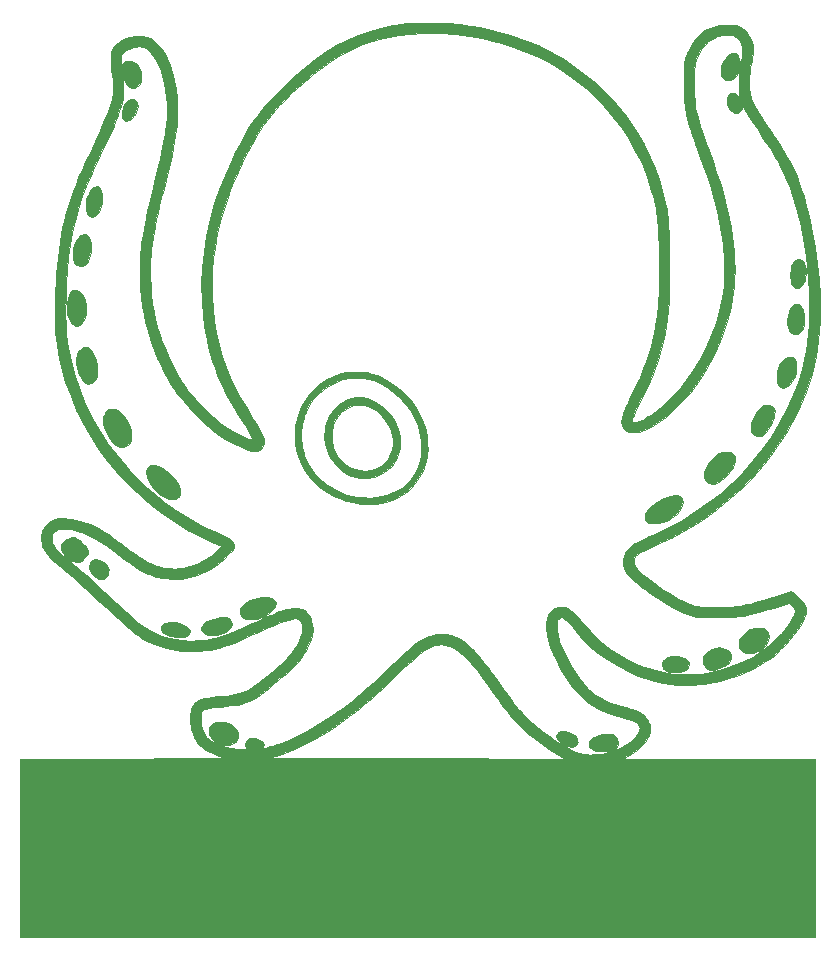
<source format=gbr>
G04 #@! TF.GenerationSoftware,KiCad,Pcbnew,(5.1.5-0)*
G04 #@! TF.CreationDate,2019-12-30T00:03:19-08:00*
G04 #@! TF.ProjectId,badge,62616467-652e-46b6-9963-61645f706362,rev?*
G04 #@! TF.SameCoordinates,Original*
G04 #@! TF.FileFunction,Legend,Top*
G04 #@! TF.FilePolarity,Positive*
%FSLAX46Y46*%
G04 Gerber Fmt 4.6, Leading zero omitted, Abs format (unit mm)*
G04 Created by KiCad (PCBNEW (5.1.5-0)) date 2019-12-30 00:03:19*
%MOMM*%
%LPD*%
G04 APERTURE LIST*
%ADD10C,0.010000*%
G04 APERTURE END LIST*
D10*
G36*
X2667886Y39144704D02*
G01*
X3820170Y39040672D01*
X4085166Y39008896D01*
X5440633Y38801287D01*
X6747314Y38524724D01*
X8006108Y38178808D01*
X9217913Y37763141D01*
X10383627Y37277324D01*
X11504148Y36720958D01*
X12580375Y36093646D01*
X13613207Y35394989D01*
X14603541Y34624589D01*
X15261166Y34052245D01*
X15500336Y33829160D01*
X15769960Y33568498D01*
X16055416Y33285169D01*
X16342080Y32994080D01*
X16615329Y32710140D01*
X16860540Y32448255D01*
X17063089Y32223335D01*
X17121861Y32155324D01*
X17892065Y31187415D01*
X18590218Y30176724D01*
X19216936Y29122044D01*
X19772836Y28022172D01*
X20258534Y26875901D01*
X20674647Y25682026D01*
X20977183Y24616834D01*
X21061528Y24277282D01*
X21135539Y23954819D01*
X21199991Y23641044D01*
X21255658Y23327557D01*
X21303314Y23005958D01*
X21343733Y22667848D01*
X21377690Y22304828D01*
X21405959Y21908496D01*
X21429314Y21470455D01*
X21448530Y20982302D01*
X21464379Y20435640D01*
X21477638Y19822068D01*
X21489080Y19133186D01*
X21490296Y19050000D01*
X21497831Y18087588D01*
X21490915Y17199417D01*
X21468742Y16376169D01*
X21430504Y15608525D01*
X21375393Y14887168D01*
X21302601Y14202778D01*
X21211322Y13546037D01*
X21100747Y12907626D01*
X20970069Y12278227D01*
X20864753Y11832167D01*
X20735537Y11338120D01*
X20595625Y10861895D01*
X20440143Y10390940D01*
X20264215Y9912706D01*
X20062967Y9414641D01*
X19831524Y8884196D01*
X19565011Y8308820D01*
X19258554Y7675961D01*
X19220483Y7598834D01*
X19001434Y7153807D01*
X18818591Y6777412D01*
X18669117Y6463155D01*
X18550173Y6204541D01*
X18458922Y5995075D01*
X18392527Y5828263D01*
X18348150Y5697609D01*
X18322952Y5596621D01*
X18314290Y5524799D01*
X18322262Y5432755D01*
X18373049Y5393654D01*
X18431939Y5383492D01*
X18649082Y5393780D01*
X18912210Y5465100D01*
X19214282Y5592477D01*
X19548255Y5770936D01*
X19907088Y5995505D01*
X20283740Y6261208D01*
X20671170Y6563071D01*
X21062336Y6896121D01*
X21450196Y7255383D01*
X21827710Y7635883D01*
X22187837Y8032646D01*
X22196869Y8043094D01*
X22882615Y8896397D01*
X23512629Y9800853D01*
X24083460Y10748512D01*
X24591653Y11731427D01*
X25033757Y12741647D01*
X25406319Y13771224D01*
X25705885Y14812208D01*
X25929002Y15856651D01*
X26072218Y16896602D01*
X26080531Y16983828D01*
X26097489Y17242375D01*
X26108261Y17568126D01*
X26113158Y17943870D01*
X26112494Y18352395D01*
X26106581Y18776489D01*
X26095732Y19198941D01*
X26080259Y19602537D01*
X26060476Y19970067D01*
X26036694Y20284319D01*
X26017240Y20468167D01*
X25887981Y21367500D01*
X25722280Y22277995D01*
X25517736Y23209029D01*
X25271945Y24169979D01*
X24982506Y25170224D01*
X24647015Y26219141D01*
X24263071Y27326107D01*
X24253386Y27353063D01*
X24038388Y27951659D01*
X23850201Y28477513D01*
X23686627Y28937425D01*
X23545471Y29338195D01*
X23424536Y29686624D01*
X23321625Y29989511D01*
X23234542Y30253658D01*
X23161090Y30485864D01*
X23099072Y30692929D01*
X23046293Y30881655D01*
X23000555Y31058841D01*
X22959662Y31231287D01*
X22921417Y31405794D01*
X22883624Y31589163D01*
X22881198Y31601215D01*
X22821357Y31928058D01*
X22774182Y32256436D01*
X22738851Y32599667D01*
X22714542Y32971071D01*
X22700433Y33383967D01*
X22695701Y33851674D01*
X22699524Y34387511D01*
X22701396Y34513613D01*
X22709456Y34937546D01*
X22720215Y35289167D01*
X22735830Y35580826D01*
X22758460Y35824874D01*
X22790261Y36033664D01*
X22833390Y36219547D01*
X22890006Y36394874D01*
X22962265Y36571997D01*
X23052326Y36763268D01*
X23116811Y36891942D01*
X23416877Y37416042D01*
X23746280Y37862274D01*
X24108453Y38233375D01*
X24506827Y38532083D01*
X24944834Y38761136D01*
X25425905Y38923273D01*
X25748777Y38991642D01*
X25906804Y39009511D01*
X26120200Y39021573D01*
X26359795Y39026673D01*
X26574277Y39024339D01*
X26808700Y39015812D01*
X26979871Y39003571D01*
X27109204Y38984073D01*
X27218113Y38953776D01*
X27328014Y38909140D01*
X27360258Y38894345D01*
X27665599Y38708500D01*
X27944468Y38453707D01*
X28185087Y38144402D01*
X28375676Y37795021D01*
X28474784Y37528500D01*
X28527942Y37269237D01*
X28553122Y36952409D01*
X28550792Y36600196D01*
X28521414Y36234779D01*
X28465457Y35878340D01*
X28437473Y35750500D01*
X28349138Y35347579D01*
X28289226Y34987579D01*
X28253554Y34635290D01*
X28237936Y34255497D01*
X28236333Y34057828D01*
X28251319Y33592611D01*
X28297525Y33195590D01*
X28376819Y32855546D01*
X28482631Y32579033D01*
X28569668Y32406866D01*
X28688415Y32195252D01*
X28841838Y31939474D01*
X29032902Y31634812D01*
X29264576Y31276548D01*
X29539824Y30859963D01*
X29861614Y30380338D01*
X29908671Y30310667D01*
X30370206Y29617641D01*
X30780909Y28977536D01*
X31145969Y28379791D01*
X31470575Y27813846D01*
X31759919Y27269141D01*
X32019191Y26735114D01*
X32253579Y26201205D01*
X32468275Y25656855D01*
X32668468Y25091501D01*
X32859349Y24494585D01*
X32998359Y24023886D01*
X33319275Y22793048D01*
X33594847Y21505910D01*
X33823117Y20178876D01*
X34002132Y18828348D01*
X34129936Y17470730D01*
X34204574Y16122426D01*
X34224092Y14799837D01*
X34204234Y13906500D01*
X34161431Y13088175D01*
X34096574Y12332600D01*
X34006485Y11619989D01*
X33887984Y10930559D01*
X33737893Y10244524D01*
X33553033Y9542097D01*
X33442527Y9165167D01*
X33029776Y7945408D01*
X32538194Y6750252D01*
X31970930Y5583151D01*
X31331133Y4447556D01*
X30621955Y3346919D01*
X29846544Y2284691D01*
X29008051Y1264323D01*
X28109625Y289266D01*
X27154417Y-637028D01*
X26145577Y-1511109D01*
X25086254Y-2329523D01*
X23979598Y-3088822D01*
X22828759Y-3785552D01*
X21636888Y-4416263D01*
X20616333Y-4888180D01*
X20254184Y-5048823D01*
X19903007Y-5211871D01*
X19575228Y-5371072D01*
X19283271Y-5520176D01*
X19039561Y-5652931D01*
X18856525Y-5763087D01*
X18798541Y-5802692D01*
X18609896Y-5982888D01*
X18498670Y-6189402D01*
X18464277Y-6415632D01*
X18506132Y-6654977D01*
X18623649Y-6900833D01*
X18816244Y-7146599D01*
X18927396Y-7255539D01*
X19157280Y-7453565D01*
X19446010Y-7684520D01*
X19779472Y-7938373D01*
X20143556Y-8205091D01*
X20524148Y-8474643D01*
X20907137Y-8736997D01*
X21278410Y-8982122D01*
X21623856Y-9199985D01*
X21865166Y-9343888D01*
X22133474Y-9492927D01*
X22428977Y-9647225D01*
X22730343Y-9796415D01*
X23016242Y-9930131D01*
X23265342Y-10038004D01*
X23403772Y-10091648D01*
X23618216Y-10155604D01*
X23871377Y-10205737D01*
X24171029Y-10242610D01*
X24524943Y-10266785D01*
X24940889Y-10278825D01*
X25426642Y-10279293D01*
X25886833Y-10271332D01*
X26219250Y-10262821D01*
X26513242Y-10252963D01*
X26778191Y-10239932D01*
X27023480Y-10221903D01*
X27258492Y-10197051D01*
X27492610Y-10163551D01*
X27735218Y-10119578D01*
X27995698Y-10063305D01*
X28283433Y-9992909D01*
X28607807Y-9906563D01*
X28978203Y-9802442D01*
X29404003Y-9678722D01*
X29894591Y-9533577D01*
X30298960Y-9413062D01*
X31790088Y-8968030D01*
X32213572Y-9292638D01*
X32545868Y-9576420D01*
X32794984Y-9855177D01*
X32962131Y-10130722D01*
X33048519Y-10404868D01*
X33062097Y-10563855D01*
X33027965Y-10841456D01*
X32928501Y-11157824D01*
X32769514Y-11505818D01*
X32556811Y-11878297D01*
X32296200Y-12268118D01*
X31993488Y-12668140D01*
X31654483Y-13071221D01*
X31284993Y-13470219D01*
X30890825Y-13857992D01*
X30477787Y-14227398D01*
X30051686Y-14571297D01*
X29618330Y-14882545D01*
X29472127Y-14978537D01*
X28840003Y-15346970D01*
X28135660Y-15690201D01*
X27368855Y-16004211D01*
X26549343Y-16284981D01*
X25746329Y-16513290D01*
X25264821Y-16631293D01*
X24836207Y-16721611D01*
X24434753Y-16787964D01*
X24034722Y-16834069D01*
X23610383Y-16863645D01*
X23219833Y-16878343D01*
X22309383Y-16868268D01*
X21424175Y-16787424D01*
X20554991Y-16633706D01*
X19692614Y-16405010D01*
X18827828Y-16099231D01*
X17951414Y-15714265D01*
X17801166Y-15641072D01*
X16882263Y-15144282D01*
X16024498Y-14590757D01*
X15222652Y-13976343D01*
X14471505Y-13296890D01*
X13765836Y-12548244D01*
X13465262Y-12192000D01*
X13204032Y-11884181D01*
X12961069Y-11622088D01*
X12742070Y-11410874D01*
X12552731Y-11255691D01*
X12398750Y-11161693D01*
X12295244Y-11133666D01*
X12187531Y-11172299D01*
X12084758Y-11274673D01*
X12002240Y-11420501D01*
X11956280Y-11582659D01*
X11940560Y-11894036D01*
X11975332Y-12261457D01*
X12057436Y-12675471D01*
X12183713Y-13126624D01*
X12351004Y-13605463D01*
X12556148Y-14102536D01*
X12795986Y-14608390D01*
X13067359Y-15113572D01*
X13227104Y-15384742D01*
X13549864Y-15881495D01*
X13899203Y-16358039D01*
X14263950Y-16801299D01*
X14632935Y-17198201D01*
X14994990Y-17535673D01*
X15216704Y-17713527D01*
X15520021Y-17912100D01*
X15891531Y-18109237D01*
X16314954Y-18297790D01*
X16774009Y-18470616D01*
X17252415Y-18620566D01*
X17335500Y-18643540D01*
X17826622Y-18781461D01*
X18242072Y-18910087D01*
X18589725Y-19033827D01*
X18877459Y-19157094D01*
X19113151Y-19284299D01*
X19304676Y-19419851D01*
X19459912Y-19568161D01*
X19586736Y-19733642D01*
X19693025Y-19920703D01*
X19721032Y-19979401D01*
X19778411Y-20120879D01*
X19811683Y-20256925D01*
X19826743Y-20420160D01*
X19829634Y-20580242D01*
X19827507Y-20756049D01*
X19815627Y-20887713D01*
X19786613Y-21004908D01*
X19733084Y-21137308D01*
X19647657Y-21314589D01*
X19646261Y-21317406D01*
X19415745Y-21693089D01*
X19106126Y-22052883D01*
X18722181Y-22392416D01*
X18268688Y-22707318D01*
X17895191Y-22919799D01*
X17523928Y-23114000D01*
X33824333Y-23114000D01*
X33824333Y-38227000D01*
X-33485667Y-38227000D01*
X-33485667Y-23114000D01*
X-24585084Y-23109692D01*
X-23563561Y-23109177D01*
X-22623481Y-23108641D01*
X-21761620Y-23108055D01*
X-20974755Y-23107391D01*
X-20259662Y-23106620D01*
X-19613117Y-23105712D01*
X-19031897Y-23104638D01*
X-18512777Y-23103371D01*
X-18052535Y-23101880D01*
X-17647946Y-23100137D01*
X-17295787Y-23098112D01*
X-16992834Y-23095778D01*
X-16735864Y-23093104D01*
X-16521652Y-23090063D01*
X-16346976Y-23086624D01*
X-16275163Y-23084618D01*
X-12657667Y-23084618D01*
X-12624550Y-23086083D01*
X-12510005Y-23087548D01*
X-12317270Y-23089008D01*
X-12049584Y-23090455D01*
X-11710186Y-23091885D01*
X-11302314Y-23093292D01*
X-10829208Y-23094669D01*
X-10294104Y-23096011D01*
X-9700242Y-23097313D01*
X-9050862Y-23098567D01*
X-8349200Y-23099769D01*
X-7598496Y-23100912D01*
X-6801988Y-23101991D01*
X-5962915Y-23102999D01*
X-5084516Y-23103932D01*
X-4170029Y-23104782D01*
X-3222692Y-23105545D01*
X-2245745Y-23106215D01*
X-1242425Y-23106785D01*
X-215972Y-23107250D01*
X-84667Y-23107301D01*
X12594166Y-23112132D01*
X12361333Y-22979576D01*
X11343997Y-22355058D01*
X10367723Y-21664643D01*
X9444514Y-20917244D01*
X8818964Y-20348421D01*
X8636704Y-20170567D01*
X8462018Y-19991404D01*
X8289331Y-19803858D01*
X8113069Y-19600857D01*
X7927657Y-19375328D01*
X7727521Y-19120199D01*
X7507085Y-18828398D01*
X7260775Y-18492850D01*
X6983017Y-18106485D01*
X6668235Y-17662228D01*
X6394139Y-17272000D01*
X6082374Y-16828951D01*
X5810442Y-16447582D01*
X5571419Y-16118991D01*
X5358381Y-15834272D01*
X5164403Y-15584522D01*
X4982561Y-15360837D01*
X4805931Y-15154313D01*
X4627589Y-14956046D01*
X4440609Y-14757133D01*
X4428909Y-14744925D01*
X4009833Y-14334963D01*
X3613191Y-14003625D01*
X3235045Y-13749080D01*
X2871460Y-13569498D01*
X2518497Y-13463046D01*
X2172221Y-13427895D01*
X1828694Y-13462213D01*
X1723059Y-13486433D01*
X1558674Y-13532543D01*
X1401664Y-13585581D01*
X1246693Y-13649646D01*
X1088424Y-13728839D01*
X921520Y-13827262D01*
X740644Y-13949013D01*
X540459Y-14098193D01*
X315629Y-14278903D01*
X60817Y-14495243D01*
X-229314Y-14751313D01*
X-560101Y-15051214D01*
X-936881Y-15399046D01*
X-1364991Y-15798909D01*
X-1715144Y-16128050D01*
X-2263959Y-16642722D01*
X-2760472Y-17103422D01*
X-3211882Y-17516411D01*
X-3625389Y-17887948D01*
X-4008192Y-18224295D01*
X-4367491Y-18531712D01*
X-4710484Y-18816461D01*
X-5044372Y-19084801D01*
X-5376354Y-19342994D01*
X-5650106Y-19549962D01*
X-6305815Y-20021645D01*
X-6994950Y-20483440D01*
X-7704516Y-20928006D01*
X-8421519Y-21348004D01*
X-9132964Y-21736093D01*
X-9825855Y-22084934D01*
X-10487199Y-22387186D01*
X-11104000Y-22635510D01*
X-11129491Y-22644928D01*
X-11345623Y-22719965D01*
X-11601131Y-22801663D01*
X-11874333Y-22883785D01*
X-12143546Y-22960091D01*
X-12387091Y-23024345D01*
X-12583285Y-23070307D01*
X-12657667Y-23084618D01*
X-16275163Y-23084618D01*
X-16208611Y-23082759D01*
X-16103333Y-23078440D01*
X-16027920Y-23073636D01*
X-15979147Y-23068320D01*
X-15953790Y-23062462D01*
X-15948627Y-23056033D01*
X-15960433Y-23049005D01*
X-15985984Y-23041348D01*
X-16022057Y-23033033D01*
X-16023167Y-23032795D01*
X-16638799Y-22873878D01*
X-17180438Y-22676325D01*
X-17650070Y-22438856D01*
X-18049681Y-22160193D01*
X-18381256Y-21839057D01*
X-18646784Y-21474168D01*
X-18756586Y-21272500D01*
X-18870532Y-21025046D01*
X-18953892Y-20801554D01*
X-19011091Y-20580196D01*
X-19046558Y-20339144D01*
X-19064719Y-20056571D01*
X-19069979Y-19727333D01*
X-19065209Y-19392124D01*
X-19047062Y-19126091D01*
X-19011812Y-18914299D01*
X-18955737Y-18741808D01*
X-18875114Y-18593683D01*
X-18766218Y-18454984D01*
X-18747750Y-18434651D01*
X-18628055Y-18319940D01*
X-18491582Y-18222139D01*
X-18329393Y-18138786D01*
X-18132548Y-18067417D01*
X-17892109Y-18005570D01*
X-17599136Y-17950784D01*
X-17244691Y-17900595D01*
X-16819835Y-17852542D01*
X-16531167Y-17824067D01*
X-16044196Y-17774720D01*
X-15628744Y-17723347D01*
X-15271705Y-17665262D01*
X-14959973Y-17595776D01*
X-14680443Y-17510203D01*
X-14420009Y-17403857D01*
X-14165565Y-17272050D01*
X-13904005Y-17110096D01*
X-13622224Y-16913308D01*
X-13307116Y-16676998D01*
X-13292667Y-16665916D01*
X-12934270Y-16384872D01*
X-12564954Y-16084342D01*
X-12194816Y-15773316D01*
X-11833953Y-15460785D01*
X-11492463Y-15155740D01*
X-11180441Y-14867171D01*
X-10907986Y-14604068D01*
X-10685193Y-14375423D01*
X-10549365Y-14223196D01*
X-10285197Y-13876393D01*
X-10061182Y-13516649D01*
X-9879507Y-13152930D01*
X-9742359Y-12794201D01*
X-9651924Y-12449427D01*
X-9610389Y-12127574D01*
X-9619942Y-11837609D01*
X-9682769Y-11588495D01*
X-9801056Y-11389200D01*
X-9846497Y-11341578D01*
X-9949050Y-11276419D01*
X-10088035Y-11242734D01*
X-10267516Y-11241703D01*
X-10491559Y-11274510D01*
X-10764227Y-11342334D01*
X-11089584Y-11446357D01*
X-11471696Y-11587760D01*
X-11914626Y-11767724D01*
X-12422440Y-11987431D01*
X-12999200Y-12248061D01*
X-13056792Y-12274562D01*
X-13734298Y-12583017D01*
X-14345365Y-12852943D01*
X-14897465Y-13087108D01*
X-15398072Y-13288278D01*
X-15854658Y-13459222D01*
X-16274697Y-13602706D01*
X-16665661Y-13721499D01*
X-17035024Y-13818366D01*
X-17390258Y-13896077D01*
X-17483667Y-13913939D01*
X-17680590Y-13940672D01*
X-17943584Y-13962105D01*
X-18255414Y-13978111D01*
X-18598844Y-13988563D01*
X-18956640Y-13993332D01*
X-19311566Y-13992290D01*
X-19646387Y-13985311D01*
X-19943868Y-13972267D01*
X-20186773Y-13953029D01*
X-20320000Y-13934952D01*
X-21140710Y-13756360D01*
X-21898255Y-13522436D01*
X-22592209Y-13233338D01*
X-23222142Y-12889223D01*
X-23304500Y-12837115D01*
X-23542468Y-12671617D01*
X-23836316Y-12445904D01*
X-24184132Y-12161632D01*
X-24584000Y-11820457D01*
X-25034005Y-11424036D01*
X-25532234Y-10974024D01*
X-26076772Y-10472079D01*
X-26543426Y-10035215D01*
X-27214021Y-9407963D01*
X-27832284Y-8839066D01*
X-28402941Y-8324328D01*
X-28930720Y-7859551D01*
X-29420346Y-7440540D01*
X-29876548Y-7063098D01*
X-30035500Y-6934993D01*
X-30483115Y-6558668D01*
X-30854330Y-6206103D01*
X-31152697Y-5873195D01*
X-31381769Y-5555845D01*
X-31545096Y-5249950D01*
X-31588484Y-5141843D01*
X-31651193Y-4895958D01*
X-31682821Y-4606130D01*
X-31683375Y-4323541D01*
X-30810571Y-4323541D01*
X-30809053Y-4572464D01*
X-30747985Y-4835382D01*
X-30684974Y-4987992D01*
X-30581324Y-5153800D01*
X-30415526Y-5357354D01*
X-30196170Y-5589874D01*
X-29931848Y-5842580D01*
X-29631148Y-6106692D01*
X-29421667Y-6279189D01*
X-29148030Y-6501055D01*
X-28876742Y-6725688D01*
X-28600628Y-6959468D01*
X-28312510Y-7208774D01*
X-28005211Y-7479986D01*
X-27671555Y-7779483D01*
X-27304365Y-8113644D01*
X-26896465Y-8488848D01*
X-26440677Y-8911476D01*
X-26036343Y-9288385D01*
X-25498479Y-9788681D01*
X-25016303Y-10232684D01*
X-24585623Y-10623957D01*
X-24202249Y-10966061D01*
X-23861987Y-11262561D01*
X-23560648Y-11517020D01*
X-23294039Y-11733000D01*
X-23057969Y-11914065D01*
X-22848246Y-12063778D01*
X-22660678Y-12185702D01*
X-22553540Y-12248978D01*
X-22050356Y-12499624D01*
X-21490111Y-12718031D01*
X-20896741Y-12896610D01*
X-20294184Y-13027771D01*
X-19926737Y-13081917D01*
X-19628199Y-13106682D01*
X-19277257Y-13118624D01*
X-18895571Y-13118477D01*
X-18504804Y-13106973D01*
X-18126615Y-13084845D01*
X-17782667Y-13052825D01*
X-17494622Y-13011645D01*
X-17420167Y-12997156D01*
X-17067683Y-12911215D01*
X-16667171Y-12791622D01*
X-16214885Y-12636931D01*
X-15707079Y-12445696D01*
X-15140006Y-12216474D01*
X-14509921Y-11947818D01*
X-13813078Y-11638285D01*
X-13349625Y-11426940D01*
X-12932230Y-11236194D01*
X-12578191Y-11077507D01*
X-12274851Y-10945646D01*
X-12009555Y-10835378D01*
X-11769645Y-10741470D01*
X-11542466Y-10658690D01*
X-11315362Y-10581804D01*
X-11269386Y-10566852D01*
X-10792419Y-10435921D01*
X-10368916Y-10369293D01*
X-9997076Y-10367127D01*
X-9675099Y-10429584D01*
X-9401183Y-10556825D01*
X-9173529Y-10749009D01*
X-9169342Y-10753620D01*
X-8958064Y-11049220D01*
X-8813655Y-11389581D01*
X-8735529Y-11768296D01*
X-8723098Y-12178959D01*
X-8775776Y-12615164D01*
X-8892975Y-13070504D01*
X-9074109Y-13538573D01*
X-9318590Y-14012965D01*
X-9493918Y-14295666D01*
X-9739067Y-14628852D01*
X-10058430Y-14998901D01*
X-10450651Y-15404494D01*
X-10914376Y-15844314D01*
X-11448250Y-16317044D01*
X-12050916Y-16821367D01*
X-12300088Y-17022947D01*
X-12728931Y-17361095D01*
X-13110296Y-17646075D01*
X-13457735Y-17883399D01*
X-13784800Y-18078584D01*
X-14105045Y-18237143D01*
X-14432020Y-18364590D01*
X-14779279Y-18466442D01*
X-15160372Y-18548210D01*
X-15588854Y-18615412D01*
X-16078275Y-18673560D01*
X-16446500Y-18710150D01*
X-16837586Y-18748228D01*
X-17153919Y-18782342D01*
X-17405222Y-18814193D01*
X-17601219Y-18845483D01*
X-17751633Y-18877912D01*
X-17866189Y-18913181D01*
X-17954609Y-18952990D01*
X-18003155Y-18982431D01*
X-18081538Y-19044869D01*
X-18135526Y-19119040D01*
X-18169704Y-19221444D01*
X-18188657Y-19368582D01*
X-18196972Y-19576955D01*
X-18198379Y-19685000D01*
X-18172010Y-20155377D01*
X-18082960Y-20570460D01*
X-17929289Y-20933933D01*
X-17709059Y-21249482D01*
X-17420331Y-21520792D01*
X-17131935Y-21712365D01*
X-16844295Y-21850633D01*
X-16487508Y-21979249D01*
X-16076885Y-22094539D01*
X-15627733Y-22192832D01*
X-15155362Y-22270454D01*
X-14675080Y-22323734D01*
X-14541500Y-22333775D01*
X-14118167Y-22362127D01*
X-14233563Y-22270127D01*
X-14349613Y-22126954D01*
X-14406623Y-21943495D01*
X-14397744Y-21746132D01*
X-14383153Y-21693857D01*
X-14284950Y-21515932D01*
X-14132430Y-21401253D01*
X-13928586Y-21350746D01*
X-13676409Y-21365332D01*
X-13475897Y-21413799D01*
X-13227679Y-21512728D01*
X-13037499Y-21636845D01*
X-12911639Y-21778604D01*
X-12856381Y-21930458D01*
X-12878005Y-22084858D01*
X-12892058Y-22115284D01*
X-12923592Y-22192446D01*
X-12919987Y-22224941D01*
X-12919740Y-22224945D01*
X-12847144Y-22213598D01*
X-12711963Y-22183000D01*
X-12532743Y-22138112D01*
X-12328029Y-22083899D01*
X-12116367Y-22025322D01*
X-11916300Y-21967344D01*
X-11746376Y-21914929D01*
X-11684000Y-21894245D01*
X-11120331Y-21681873D01*
X-10509199Y-21416415D01*
X-9862928Y-21104734D01*
X-9193843Y-20753693D01*
X-8514267Y-20370157D01*
X-7836524Y-19960988D01*
X-7172940Y-19533051D01*
X-6535837Y-19093209D01*
X-6159500Y-18817511D01*
X-5831477Y-18567438D01*
X-5504045Y-18309484D01*
X-5170182Y-18037527D01*
X-4822864Y-17745444D01*
X-4455070Y-17427113D01*
X-4059775Y-17076410D01*
X-3629958Y-16687213D01*
X-3158596Y-16253400D01*
X-2638665Y-15768846D01*
X-2327209Y-15476381D01*
X-1848973Y-15027596D01*
X-1425793Y-14633868D01*
X-1052246Y-14291002D01*
X-722912Y-13994800D01*
X-432369Y-13741066D01*
X-175195Y-13525603D01*
X54030Y-13344215D01*
X260729Y-13192705D01*
X450322Y-13066877D01*
X628231Y-12962534D01*
X799878Y-12875480D01*
X970683Y-12801518D01*
X1146068Y-12736452D01*
X1262335Y-12697824D01*
X1717534Y-12584235D01*
X2159800Y-12541349D01*
X2594024Y-12570768D01*
X3025093Y-12674092D01*
X3457897Y-12852924D01*
X3897326Y-13108865D01*
X4348267Y-13443517D01*
X4815611Y-13858481D01*
X4820927Y-13863561D01*
X5062611Y-14103658D01*
X5307109Y-14365539D01*
X5560166Y-14656437D01*
X5827523Y-14983583D01*
X6114923Y-15354211D01*
X6428109Y-15775552D01*
X6772824Y-16254839D01*
X7154810Y-16799304D01*
X7174388Y-16827500D01*
X7505330Y-17301643D01*
X7796869Y-17712956D01*
X8055510Y-18069743D01*
X8287762Y-18380312D01*
X8500130Y-18652971D01*
X8699120Y-18896026D01*
X8891240Y-19117783D01*
X9082995Y-19326551D01*
X9280893Y-19530636D01*
X9330810Y-19580624D01*
X9761810Y-19991634D01*
X10219244Y-20394118D01*
X10694847Y-20782683D01*
X11180353Y-21151935D01*
X11667500Y-21496480D01*
X12148021Y-21810926D01*
X12613653Y-22089878D01*
X13056131Y-22327944D01*
X13467190Y-22519730D01*
X13838566Y-22659843D01*
X14161995Y-22742889D01*
X14181666Y-22746267D01*
X14335988Y-22761561D01*
X14551796Y-22769341D01*
X14806291Y-22770109D01*
X15076673Y-22764365D01*
X15340142Y-22752609D01*
X15573897Y-22735341D01*
X15755139Y-22713062D01*
X15763995Y-22711551D01*
X16286467Y-22593209D01*
X16802268Y-22424716D01*
X17296550Y-22213377D01*
X17754463Y-21966499D01*
X18161158Y-21691389D01*
X18501788Y-21395352D01*
X18558690Y-21336405D01*
X18695186Y-21168772D01*
X18815694Y-20981365D01*
X18907699Y-20797389D01*
X18958686Y-20640046D01*
X18964919Y-20583223D01*
X18925033Y-20387330D01*
X18810035Y-20200052D01*
X18629442Y-20032575D01*
X18392771Y-19896085D01*
X18372984Y-19887392D01*
X18269762Y-19849225D01*
X18102315Y-19794515D01*
X17888187Y-19728680D01*
X17644924Y-19657137D01*
X17434889Y-19597702D01*
X16837845Y-19423397D01*
X16314014Y-19250577D01*
X15852271Y-19073295D01*
X15441490Y-18885606D01*
X15070544Y-18681562D01*
X14728307Y-18455217D01*
X14403654Y-18200626D01*
X14085457Y-17911842D01*
X13863130Y-17688788D01*
X13285989Y-17030838D01*
X12752823Y-16301796D01*
X12265085Y-15503780D01*
X11939176Y-14880166D01*
X11650763Y-14248381D01*
X11419267Y-13651633D01*
X11244778Y-13092716D01*
X11127385Y-12574424D01*
X11067178Y-12099549D01*
X11064244Y-11670884D01*
X11118675Y-11291222D01*
X11230559Y-10963356D01*
X11399985Y-10690080D01*
X11627043Y-10474186D01*
X11795050Y-10371267D01*
X12052338Y-10283675D01*
X12338314Y-10259641D01*
X12626250Y-10298707D01*
X12869333Y-10389683D01*
X13029463Y-10494118D01*
X13231669Y-10660843D01*
X13469055Y-10883081D01*
X13734728Y-11154055D01*
X14021792Y-11466988D01*
X14323353Y-11815101D01*
X14342021Y-11837273D01*
X15007003Y-12564006D01*
X15727877Y-13230785D01*
X16499224Y-13834487D01*
X17315623Y-14371986D01*
X18171656Y-14840161D01*
X19061901Y-15235886D01*
X19980939Y-15556039D01*
X20923351Y-15797496D01*
X21357166Y-15880251D01*
X21699474Y-15927068D01*
X22095533Y-15962232D01*
X22522155Y-15985171D01*
X22956148Y-15995312D01*
X23374323Y-15992081D01*
X23753491Y-15974908D01*
X24045333Y-15946646D01*
X24690804Y-15840301D01*
X25364395Y-15690712D01*
X26048297Y-15503773D01*
X26724699Y-15285378D01*
X27375790Y-15041421D01*
X27983760Y-14777796D01*
X28530798Y-14500396D01*
X28690437Y-14409468D01*
X29256162Y-14041648D01*
X29824073Y-13604080D01*
X30378659Y-13109815D01*
X30904411Y-12571901D01*
X30997473Y-12468422D01*
X31264228Y-12152734D01*
X31510143Y-11832523D01*
X31727637Y-11519562D01*
X31909127Y-11225625D01*
X32047030Y-10962483D01*
X32133764Y-10741911D01*
X32150300Y-10678476D01*
X32143223Y-10513911D01*
X32053747Y-10342701D01*
X31883605Y-10167689D01*
X31797656Y-10100407D01*
X31595796Y-9952228D01*
X30328814Y-10332902D01*
X29805445Y-10489377D01*
X29352743Y-10622488D01*
X28960645Y-10734392D01*
X28619088Y-10827241D01*
X28318008Y-10903191D01*
X28047344Y-10964396D01*
X27797031Y-11013010D01*
X27557008Y-11051189D01*
X27317211Y-11081086D01*
X27067576Y-11104856D01*
X26798042Y-11124654D01*
X26564166Y-11138917D01*
X26209551Y-11154576D01*
X25826319Y-11163299D01*
X25428934Y-11165440D01*
X25031859Y-11161356D01*
X24649556Y-11151403D01*
X24296488Y-11135938D01*
X23987117Y-11115315D01*
X23735908Y-11089891D01*
X23582593Y-11065533D01*
X23194806Y-10960446D01*
X22752926Y-10793624D01*
X22259449Y-10566310D01*
X21716869Y-10279746D01*
X21127682Y-9935178D01*
X20494381Y-9533847D01*
X20447000Y-9502697D01*
X19971218Y-9181861D01*
X19527221Y-8867990D01*
X19121232Y-8566111D01*
X18759480Y-8281254D01*
X18448188Y-8018447D01*
X18193584Y-7782721D01*
X18001893Y-7579102D01*
X17899501Y-7444966D01*
X17747291Y-7185708D01*
X17651716Y-6945474D01*
X17602813Y-6691009D01*
X17590484Y-6413500D01*
X17595091Y-6210087D01*
X17611530Y-6059696D01*
X17645593Y-5930894D01*
X17703073Y-5792251D01*
X17706224Y-5785447D01*
X17858530Y-5507034D01*
X18038624Y-5283740D01*
X18270607Y-5087642D01*
X18364158Y-5023145D01*
X18569366Y-4897472D01*
X18834431Y-4750331D01*
X19140442Y-4591303D01*
X19468488Y-4429965D01*
X19799658Y-4275899D01*
X20087166Y-4150357D01*
X21283711Y-3602002D01*
X22453532Y-2976123D01*
X23590872Y-2277221D01*
X24689976Y-1509801D01*
X25745086Y-678367D01*
X26750445Y212577D01*
X27700298Y1158528D01*
X28588888Y2154982D01*
X29314928Y3069167D01*
X30080041Y4152296D01*
X30768125Y5259928D01*
X31378018Y6389509D01*
X31908558Y7538482D01*
X32358582Y8704290D01*
X32726930Y9884378D01*
X33012440Y11076188D01*
X33057084Y11303000D01*
X33172944Y12032647D01*
X33257837Y12830686D01*
X33312296Y13686922D01*
X33336857Y14591162D01*
X33332054Y15533209D01*
X33298423Y16502870D01*
X33236499Y17489949D01*
X33146816Y18484252D01*
X33029909Y19475584D01*
X32886314Y20453749D01*
X32716565Y21408553D01*
X32521198Y22329802D01*
X32466268Y22562587D01*
X32222125Y23508523D01*
X31962585Y24382848D01*
X31683662Y25197843D01*
X31381367Y25965792D01*
X31299150Y26157663D01*
X31108212Y26575338D01*
X30893113Y27005734D01*
X30649041Y27457090D01*
X30371190Y27937643D01*
X30054749Y28455632D01*
X29694910Y29019297D01*
X29286863Y29636875D01*
X29146829Y29845000D01*
X28866333Y30261534D01*
X28628787Y30617314D01*
X28428656Y30920997D01*
X28260401Y31181240D01*
X28118488Y31406696D01*
X27997381Y31606023D01*
X27891542Y31787876D01*
X27806542Y31940500D01*
X27726846Y32084196D01*
X27678719Y32160692D01*
X27654211Y32177663D01*
X27645370Y32142786D01*
X27644262Y32097148D01*
X27607980Y31899694D01*
X27511107Y31730199D01*
X27368972Y31605558D01*
X27196900Y31542662D01*
X27137215Y31538334D01*
X26964260Y31574433D01*
X26782963Y31671459D01*
X26618302Y31812505D01*
X26502019Y31968310D01*
X26436556Y32118545D01*
X26397838Y32300212D01*
X26382222Y32472622D01*
X26385778Y32769576D01*
X26435561Y32996583D01*
X26532501Y33155228D01*
X26677530Y33247096D01*
X26853229Y33274000D01*
X26951420Y33266790D01*
X27033178Y33235999D01*
X27122422Y33167891D01*
X27240140Y33051750D01*
X27455239Y32829500D01*
X27398378Y33147000D01*
X27373190Y33345140D01*
X27358442Y33604267D01*
X27353845Y33932483D01*
X27357749Y34274301D01*
X27373981Y35084101D01*
X27294688Y34923836D01*
X27154982Y34711922D01*
X26966423Y34521939D01*
X26758072Y34382262D01*
X26723027Y34365673D01*
X26501741Y34307023D01*
X26296394Y34327093D01*
X26117064Y34420138D01*
X25973828Y34580416D01*
X25876765Y34802182D01*
X25863264Y34855698D01*
X25838458Y35127019D01*
X25847070Y35200167D01*
X27389666Y35200167D01*
X27410833Y35179000D01*
X27432000Y35200167D01*
X27410833Y35221334D01*
X27389666Y35200167D01*
X25847070Y35200167D01*
X25872836Y35418994D01*
X25958428Y35713475D01*
X26087267Y35992311D01*
X26251383Y36237355D01*
X26442807Y36430457D01*
X26598267Y36529682D01*
X26822159Y36602891D01*
X27020851Y36597552D01*
X27189470Y36517309D01*
X27323141Y36365802D01*
X27416990Y36146677D01*
X27464552Y35882213D01*
X27487712Y35626797D01*
X27572964Y35963815D01*
X27630826Y36266494D01*
X27659663Y36586251D01*
X27659566Y36899341D01*
X27630624Y37182020D01*
X27572925Y37410546D01*
X27567473Y37424760D01*
X27459420Y37627263D01*
X27305474Y37826640D01*
X27130041Y37994816D01*
X26991098Y38087781D01*
X26867829Y38123235D01*
X26681651Y38142004D01*
X26452441Y38145140D01*
X26200076Y38133696D01*
X25944435Y38108722D01*
X25705395Y38071271D01*
X25502834Y38022396D01*
X25454355Y38006449D01*
X25102205Y37843011D01*
X24765449Y37615141D01*
X24471209Y37342255D01*
X24383188Y37239578D01*
X24249955Y37053877D01*
X24106322Y36821378D01*
X23964089Y36564622D01*
X23835055Y36306149D01*
X23731017Y36068497D01*
X23663776Y35874208D01*
X23659103Y35856334D01*
X23642102Y35742707D01*
X23627832Y35556813D01*
X23616302Y35311009D01*
X23607522Y35017652D01*
X23601500Y34689097D01*
X23598246Y34337701D01*
X23597769Y33975821D01*
X23600078Y33615812D01*
X23605183Y33270032D01*
X23613093Y32950836D01*
X23623817Y32670582D01*
X23637364Y32441624D01*
X23653744Y32276321D01*
X23656411Y32258000D01*
X23700943Y31995434D01*
X23755197Y31726602D01*
X23821630Y31443369D01*
X23902701Y31137598D01*
X24000868Y30801151D01*
X24118588Y30425893D01*
X24258321Y30003685D01*
X24422522Y29526391D01*
X24613651Y28985875D01*
X24807326Y28448000D01*
X25160313Y27456527D01*
X25475786Y26531846D01*
X25755766Y25665882D01*
X26002277Y24850560D01*
X26217341Y24077805D01*
X26402981Y23339540D01*
X26561218Y22627690D01*
X26694075Y21934179D01*
X26803575Y21250933D01*
X26891741Y20569875D01*
X26960594Y19882930D01*
X26964848Y19833167D01*
X26982079Y19564955D01*
X26994747Y19234851D01*
X27002855Y18862135D01*
X27006407Y18466087D01*
X27005407Y18065985D01*
X26999859Y17681109D01*
X26989766Y17330738D01*
X26975133Y17034151D01*
X26964262Y16891000D01*
X26828029Y15834296D01*
X26612394Y14771277D01*
X26321319Y13710425D01*
X25958767Y12660223D01*
X25528699Y11629151D01*
X25035078Y10625692D01*
X24481865Y9658327D01*
X23873023Y8735538D01*
X23212513Y7865806D01*
X22504298Y7057614D01*
X22246430Y6791402D01*
X21722383Y6289051D01*
X21206496Y5842555D01*
X20703276Y5454748D01*
X20217232Y5128459D01*
X19752870Y4866520D01*
X19314698Y4671762D01*
X18907221Y4547017D01*
X18596628Y4498759D01*
X18263339Y4505605D01*
X17980570Y4577420D01*
X17751555Y4708938D01*
X17579528Y4894897D01*
X17467721Y5130034D01*
X17419369Y5409084D01*
X17437706Y5726785D01*
X17525964Y6077873D01*
X17563346Y6180667D01*
X17616060Y6306053D01*
X17701034Y6495083D01*
X17812589Y6735708D01*
X17945048Y7015881D01*
X18092732Y7323554D01*
X18249963Y7646678D01*
X18351403Y7852834D01*
X18516099Y8188409D01*
X18678644Y8523979D01*
X18832579Y8845888D01*
X18971443Y9140478D01*
X19088774Y9394091D01*
X19178113Y9593070D01*
X19212515Y9673167D01*
X19605518Y10713346D01*
X19934415Y11797079D01*
X20194990Y12908076D01*
X20383028Y14030048D01*
X20422915Y14351000D01*
X20460100Y14682687D01*
X20491562Y14982874D01*
X20517758Y15262528D01*
X20539145Y15532616D01*
X20556181Y15804103D01*
X20569322Y16087957D01*
X20579027Y16395142D01*
X20585752Y16736627D01*
X20589955Y17123377D01*
X20592092Y17566359D01*
X20592621Y18076538D01*
X20592363Y18415000D01*
X20589933Y19173742D01*
X20584077Y19855802D01*
X20574028Y20469127D01*
X20559023Y21021661D01*
X20538296Y21521347D01*
X20511080Y21976132D01*
X20476611Y22393958D01*
X20434124Y22782771D01*
X20382852Y23150516D01*
X20322032Y23505136D01*
X20250896Y23854576D01*
X20168681Y24206781D01*
X20074620Y24569695D01*
X19967948Y24951263D01*
X19960008Y24978810D01*
X19580521Y26153270D01*
X19134404Y27276468D01*
X18619742Y28351639D01*
X18034620Y29382020D01*
X17377123Y30370844D01*
X16645335Y31321348D01*
X15837343Y32236768D01*
X15394602Y32691866D01*
X14472999Y33556986D01*
X13524015Y34343069D01*
X12543455Y35052505D01*
X11527124Y35687688D01*
X10470830Y36251009D01*
X9370378Y36744860D01*
X8221573Y37171633D01*
X7020222Y37533720D01*
X6805366Y37590330D01*
X5657626Y37855361D01*
X4508389Y38056970D01*
X3339435Y38197620D01*
X2132542Y38279774D01*
X1566333Y38298448D01*
X523924Y38300172D01*
X-455653Y38255299D01*
X-1381502Y38161881D01*
X-2262728Y38017970D01*
X-3108435Y37821617D01*
X-3927727Y37570874D01*
X-4729710Y37263794D01*
X-5523488Y36898429D01*
X-5909929Y36698748D01*
X-6822105Y36171142D01*
X-7736907Y35563463D01*
X-8649048Y34879932D01*
X-9553239Y34124773D01*
X-10444191Y33302208D01*
X-11316618Y32416459D01*
X-11444358Y32279701D01*
X-11859478Y31822094D01*
X-12233936Y31385774D01*
X-12576335Y30958061D01*
X-12895283Y30526270D01*
X-13199383Y30077722D01*
X-13497243Y29599734D01*
X-13797467Y29079624D01*
X-14108661Y28504710D01*
X-14432266Y27876500D01*
X-15061082Y26558191D01*
X-15608478Y25252954D01*
X-16075855Y23956293D01*
X-16464618Y22663713D01*
X-16776169Y21370717D01*
X-17011911Y20072809D01*
X-17120882Y19261381D01*
X-17212538Y18219664D01*
X-17249345Y17156002D01*
X-17232695Y16081552D01*
X-17163980Y15007475D01*
X-17044589Y13944930D01*
X-16875914Y12905076D01*
X-16659346Y11899074D01*
X-16396276Y10938082D01*
X-16088096Y10033259D01*
X-15917145Y9604497D01*
X-15727580Y9171481D01*
X-15518168Y8729459D01*
X-15284078Y8269673D01*
X-15020479Y7783362D01*
X-14722541Y7261766D01*
X-14385432Y6696126D01*
X-14004321Y6077682D01*
X-13745363Y5666325D01*
X-13531830Y5317027D01*
X-13337048Y4974153D01*
X-13167195Y4650070D01*
X-13028451Y4357146D01*
X-12926997Y4107748D01*
X-12869010Y3914242D01*
X-12868366Y3911170D01*
X-12844836Y3636171D01*
X-12891111Y3394977D01*
X-13002451Y3196064D01*
X-13174119Y3047910D01*
X-13400581Y2959168D01*
X-13605869Y2939548D01*
X-13854222Y2964502D01*
X-14150004Y3035403D01*
X-14497575Y3153625D01*
X-14901299Y3320543D01*
X-15365535Y3537531D01*
X-15588548Y3648440D01*
X-15958227Y3841187D01*
X-16286631Y4027223D01*
X-16589112Y4217576D01*
X-16881021Y4423276D01*
X-17177709Y4655351D01*
X-17494529Y4924830D01*
X-17846831Y5242742D01*
X-17981307Y5367445D01*
X-18461441Y5830738D01*
X-18930144Y6313025D01*
X-19377312Y6802607D01*
X-19792843Y7287785D01*
X-20166634Y7756860D01*
X-20488582Y8198133D01*
X-20690393Y8504526D01*
X-20978625Y8997604D01*
X-21272937Y9557368D01*
X-21566326Y10166854D01*
X-21851786Y10809099D01*
X-22122313Y11467140D01*
X-22370903Y12124012D01*
X-22590550Y12762753D01*
X-22774250Y13366398D01*
X-22901674Y13859693D01*
X-23033253Y14502420D01*
X-23145102Y15202992D01*
X-23235580Y15940748D01*
X-23303047Y16695028D01*
X-23345861Y17445169D01*
X-23362380Y18170513D01*
X-23350964Y18850397D01*
X-23329103Y19240500D01*
X-23296222Y19647567D01*
X-23257709Y20044829D01*
X-23212091Y20440151D01*
X-23157894Y20841399D01*
X-23093644Y21256439D01*
X-23017869Y21693135D01*
X-22929094Y22159355D01*
X-22825847Y22662962D01*
X-22706653Y23211823D01*
X-22570039Y23813803D01*
X-22414533Y24476768D01*
X-22238659Y25208583D01*
X-22119724Y25696334D01*
X-21945302Y26413045D01*
X-21791619Y27055410D01*
X-21657243Y27630797D01*
X-21540742Y28146572D01*
X-21440681Y28610102D01*
X-21355629Y29028754D01*
X-21284153Y29409894D01*
X-21224820Y29760888D01*
X-21176198Y30089105D01*
X-21136853Y30401910D01*
X-21105353Y30706669D01*
X-21080265Y31010751D01*
X-21076843Y31058506D01*
X-21051402Y31688897D01*
X-21062309Y32314598D01*
X-21107421Y32929368D01*
X-21184599Y33526965D01*
X-21291700Y34101147D01*
X-21426584Y34645674D01*
X-21587109Y35154304D01*
X-21771134Y35620795D01*
X-21976519Y36038907D01*
X-22201122Y36402397D01*
X-22442802Y36705024D01*
X-22699417Y36940547D01*
X-22968828Y37102724D01*
X-23173939Y37171571D01*
X-23405220Y37191827D01*
X-23675269Y37165789D01*
X-23961898Y37100543D01*
X-24242919Y37003173D01*
X-24496141Y36880767D01*
X-24699375Y36740409D01*
X-24781802Y36658134D01*
X-24852495Y36556031D01*
X-24898690Y36437918D01*
X-24922784Y36287527D01*
X-24927178Y36088593D01*
X-24914269Y35824846D01*
X-24911150Y35780900D01*
X-24896158Y35585831D01*
X-24884193Y35466958D01*
X-24873113Y35415967D01*
X-24860778Y35424544D01*
X-24845047Y35484377D01*
X-24840382Y35506130D01*
X-24772191Y35682755D01*
X-24658452Y35827949D01*
X-24518131Y35922158D01*
X-24412494Y35947384D01*
X-24109653Y35924585D01*
X-23844719Y35826647D01*
X-23619568Y35655047D01*
X-23436078Y35411264D01*
X-23296123Y35096775D01*
X-23283529Y35058125D01*
X-23209888Y34727564D01*
X-23210541Y34435127D01*
X-23285963Y34177477D01*
X-23436628Y33951273D01*
X-23441720Y33945597D01*
X-23640326Y33766377D01*
X-23837521Y33671122D01*
X-24035467Y33659206D01*
X-24218594Y33720531D01*
X-24320603Y33802801D01*
X-24437031Y33942216D01*
X-24552355Y34116723D01*
X-24651052Y34304271D01*
X-24683648Y34381202D01*
X-24703946Y34427460D01*
X-24719116Y34441736D01*
X-24729893Y34415478D01*
X-24737016Y34340135D01*
X-24741221Y34207154D01*
X-24743246Y34007982D01*
X-24743826Y33734066D01*
X-24743834Y33682702D01*
X-24744576Y33384945D01*
X-24747850Y33154329D01*
X-24755227Y32973335D01*
X-24768276Y32824442D01*
X-24788570Y32690131D01*
X-24817677Y32552883D01*
X-24857170Y32395176D01*
X-24860359Y32382939D01*
X-24922306Y32157153D01*
X-24991845Y31928373D01*
X-25072005Y31689291D01*
X-25165814Y31432598D01*
X-25276300Y31150987D01*
X-25406494Y30837149D01*
X-25559424Y30483775D01*
X-25738118Y30083558D01*
X-25945605Y29629188D01*
X-26184914Y29113358D01*
X-26447270Y28553834D01*
X-26701243Y28013229D01*
X-26922374Y27540014D01*
X-27114640Y27125339D01*
X-27282018Y26760352D01*
X-27428487Y26436203D01*
X-27558024Y26144041D01*
X-27674608Y25875015D01*
X-27782215Y25620275D01*
X-27884823Y25370969D01*
X-27947441Y25215831D01*
X-28289383Y24305208D01*
X-28589873Y23379738D01*
X-28850087Y22432186D01*
X-29071203Y21455315D01*
X-29254398Y20441889D01*
X-29400850Y19384672D01*
X-29511737Y18276429D01*
X-29588235Y17109923D01*
X-29631523Y15877919D01*
X-29643076Y14795500D01*
X-29641355Y14255350D01*
X-29634983Y13786657D01*
X-29623162Y13376300D01*
X-29605097Y13011159D01*
X-29579990Y12678112D01*
X-29547047Y12364037D01*
X-29505469Y12055814D01*
X-29459340Y11768667D01*
X-29204325Y10528692D01*
X-28867241Y9303245D01*
X-28450006Y8096143D01*
X-27954538Y6911204D01*
X-27382754Y5752246D01*
X-26736572Y4623086D01*
X-26017910Y3527542D01*
X-25228686Y2469431D01*
X-24370816Y1452571D01*
X-24161424Y1222135D01*
X-23521272Y565585D01*
X-22815626Y-88817D01*
X-22057070Y-732103D01*
X-21258187Y-1355307D01*
X-20431559Y-1949462D01*
X-19589770Y-2505602D01*
X-18745401Y-3014761D01*
X-17911037Y-3467973D01*
X-17099260Y-3856270D01*
X-16933334Y-3928512D01*
X-16519825Y-4110696D01*
X-16181500Y-4272246D01*
X-15912428Y-4416793D01*
X-15706680Y-4547970D01*
X-15558325Y-4669410D01*
X-15461432Y-4784747D01*
X-15425744Y-4852021D01*
X-15385540Y-5004934D01*
X-15395486Y-5163045D01*
X-15459740Y-5334148D01*
X-15582463Y-5526037D01*
X-15767815Y-5746506D01*
X-16019955Y-6003351D01*
X-16061562Y-6043364D01*
X-16643220Y-6547260D01*
X-17250855Y-6973102D01*
X-17881361Y-7320105D01*
X-18531636Y-7587487D01*
X-19198575Y-7774464D01*
X-19879073Y-7880254D01*
X-20570028Y-7904074D01*
X-21268334Y-7845140D01*
X-21970888Y-7702670D01*
X-22282450Y-7612720D01*
X-22575771Y-7510728D01*
X-22868914Y-7388153D01*
X-23169680Y-7240127D01*
X-23485870Y-7061780D01*
X-23825284Y-6848242D01*
X-24195724Y-6594646D01*
X-24604990Y-6296120D01*
X-25060883Y-5947796D01*
X-25484667Y-5613880D01*
X-26158542Y-5105839D01*
X-26806868Y-4676318D01*
X-27432266Y-4323996D01*
X-28037355Y-4047550D01*
X-28624757Y-3845658D01*
X-29197093Y-3716999D01*
X-29265604Y-3706311D01*
X-29599368Y-3661783D01*
X-29865119Y-3640348D01*
X-30076922Y-3644322D01*
X-30248841Y-3676016D01*
X-30394940Y-3737745D01*
X-30529284Y-3831820D01*
X-30637827Y-3932005D01*
X-30753256Y-4104693D01*
X-30810571Y-4323541D01*
X-31683375Y-4323541D01*
X-31683417Y-4302521D01*
X-31653031Y-4015294D01*
X-31591711Y-3774611D01*
X-31586218Y-3760173D01*
X-31473789Y-3556667D01*
X-31300382Y-3345006D01*
X-31085234Y-3144115D01*
X-30847584Y-2972923D01*
X-30705981Y-2894188D01*
X-30603687Y-2845902D01*
X-30515016Y-2812632D01*
X-30421046Y-2791753D01*
X-30302850Y-2780635D01*
X-30141505Y-2776652D01*
X-29918086Y-2777175D01*
X-29866167Y-2777574D01*
X-29289780Y-2809621D01*
X-28728318Y-2898942D01*
X-28167271Y-3049430D01*
X-27592127Y-3264978D01*
X-26988375Y-3549480D01*
X-26987500Y-3549929D01*
X-26710722Y-3696931D01*
X-26445670Y-3848486D01*
X-26180358Y-4012661D01*
X-25902802Y-4197524D01*
X-25601014Y-4411142D01*
X-25263008Y-4661583D01*
X-24876799Y-4956914D01*
X-24743834Y-5060071D01*
X-24260418Y-5431254D01*
X-23830525Y-5749545D01*
X-23445509Y-6019529D01*
X-23096720Y-6245788D01*
X-22775513Y-6432906D01*
X-22473239Y-6585466D01*
X-22181252Y-6708051D01*
X-21890903Y-6805245D01*
X-21593546Y-6881629D01*
X-21280533Y-6941789D01*
X-21156904Y-6961167D01*
X-20759198Y-7008747D01*
X-20402456Y-7023709D01*
X-20049563Y-7006184D01*
X-19727158Y-6966181D01*
X-19105993Y-6830544D01*
X-18495705Y-6614578D01*
X-17904687Y-6322584D01*
X-17341331Y-5958864D01*
X-16814029Y-5527718D01*
X-16686754Y-5407901D01*
X-16419008Y-5148584D01*
X-16577366Y-5067341D01*
X-16680011Y-5017998D01*
X-16838031Y-4945929D01*
X-17028790Y-4861319D01*
X-17204945Y-4784929D01*
X-18259847Y-4292798D01*
X-19313275Y-3723752D01*
X-20355668Y-3085153D01*
X-21377468Y-2384367D01*
X-22369117Y-1628757D01*
X-23321054Y-825687D01*
X-24223721Y17478D01*
X-25067559Y893374D01*
X-25843009Y1794638D01*
X-25998817Y1989667D01*
X-26775039Y3037836D01*
X-27487274Y4129368D01*
X-28132821Y5258103D01*
X-28708976Y6417881D01*
X-29213038Y7602540D01*
X-29642305Y8805921D01*
X-29994073Y10021863D01*
X-30265641Y11244205D01*
X-30393331Y12007908D01*
X-30448697Y12475383D01*
X-30490311Y13015221D01*
X-30518525Y13616304D01*
X-30533690Y14267511D01*
X-30536157Y14957721D01*
X-30526277Y15675816D01*
X-30504400Y16410675D01*
X-30470879Y17151177D01*
X-30426064Y17886204D01*
X-30370306Y18604635D01*
X-30303956Y19295350D01*
X-30227365Y19947229D01*
X-30140885Y20549152D01*
X-30119553Y20679834D01*
X-30018950Y21253727D01*
X-29913026Y21798930D01*
X-29799015Y22323415D01*
X-29674152Y22835156D01*
X-29535672Y23342122D01*
X-29380809Y23852288D01*
X-29206799Y24373625D01*
X-29010876Y24914106D01*
X-28790276Y25481702D01*
X-28542232Y26084385D01*
X-28263981Y26730128D01*
X-27952756Y27426904D01*
X-27605792Y28182684D01*
X-27263633Y28913667D01*
X-26981688Y29514500D01*
X-26735278Y30046352D01*
X-26521723Y30515792D01*
X-26338340Y30929391D01*
X-26182447Y31293717D01*
X-26051364Y31615340D01*
X-25942409Y31900830D01*
X-25852899Y32156757D01*
X-25780154Y32389689D01*
X-25721491Y32606197D01*
X-25676557Y32801725D01*
X-25633011Y33108215D01*
X-25615125Y33482835D01*
X-25622741Y33913080D01*
X-25655701Y34386448D01*
X-25701842Y34800426D01*
X-25744900Y35181701D01*
X-25775135Y35554259D01*
X-25792230Y35904348D01*
X-25795868Y36218212D01*
X-25785733Y36482097D01*
X-25761506Y36682247D01*
X-25746665Y36745334D01*
X-25626980Y37012097D01*
X-25434189Y37262641D01*
X-25179269Y37490670D01*
X-24873197Y37689886D01*
X-24526950Y37853996D01*
X-24151505Y37976702D01*
X-23757838Y38051710D01*
X-23431500Y38073190D01*
X-23086571Y38055991D01*
X-22789744Y37993618D01*
X-22513235Y37878431D01*
X-22328853Y37770079D01*
X-21963115Y37484792D01*
X-21626199Y37123296D01*
X-21319727Y36689563D01*
X-21045319Y36187563D01*
X-20804595Y35621264D01*
X-20599177Y34994639D01*
X-20430686Y34311655D01*
X-20300741Y33576285D01*
X-20210963Y32792497D01*
X-20191054Y32533167D01*
X-20171085Y32156256D01*
X-20163342Y31779485D01*
X-20168807Y31396519D01*
X-20188461Y31001018D01*
X-20223288Y30586647D01*
X-20274269Y30147066D01*
X-20342385Y29675938D01*
X-20428618Y29166926D01*
X-20533951Y28613692D01*
X-20659365Y28009899D01*
X-20805843Y27349209D01*
X-20974365Y26625285D01*
X-21165915Y25831788D01*
X-21335555Y25146000D01*
X-21519449Y24400225D01*
X-21680999Y23724681D01*
X-21822345Y23108552D01*
X-21945627Y22541018D01*
X-22052984Y22011263D01*
X-22146555Y21508469D01*
X-22228480Y21021818D01*
X-22300898Y20540492D01*
X-22365949Y20053673D01*
X-22403032Y19748500D01*
X-22425782Y19489219D01*
X-22442502Y19162344D01*
X-22453304Y18784724D01*
X-22458298Y18373211D01*
X-22457595Y17944654D01*
X-22451304Y17515903D01*
X-22439538Y17103809D01*
X-22422407Y16725220D01*
X-22400020Y16396987D01*
X-22379671Y16192500D01*
X-22278718Y15434156D01*
X-22161206Y14728958D01*
X-22022549Y14061772D01*
X-21858162Y13417467D01*
X-21663459Y12780910D01*
X-21433855Y12136968D01*
X-21164764Y11470508D01*
X-20851600Y10766398D01*
X-20532438Y10096500D01*
X-20296523Y9631401D01*
X-20061265Y9206683D01*
X-19817241Y8809408D01*
X-19555028Y8426635D01*
X-19265202Y8045426D01*
X-18938341Y7652839D01*
X-18565023Y7235935D01*
X-18135823Y6781774D01*
X-18066232Y6709834D01*
X-17647925Y6285989D01*
X-17270217Y5920694D01*
X-16922156Y5605334D01*
X-16592792Y5331294D01*
X-16271175Y5089958D01*
X-15946353Y4872712D01*
X-15607376Y4670941D01*
X-15243292Y4476029D01*
X-15196555Y4452267D01*
X-14905598Y4308495D01*
X-14628488Y4177932D01*
X-14375451Y4064849D01*
X-14156712Y3973514D01*
X-13982496Y3908196D01*
X-13863029Y3873164D01*
X-13808537Y3872687D01*
X-13808476Y3872747D01*
X-13812745Y3924014D01*
X-13856143Y4035971D01*
X-13932843Y4197558D01*
X-14037020Y4397718D01*
X-14162850Y4625393D01*
X-14304505Y4869525D01*
X-14456161Y5119056D01*
X-14511399Y5207000D01*
X-15006489Y6001246D01*
X-15449104Y6741111D01*
X-15843002Y7435508D01*
X-16191945Y8093352D01*
X-16499690Y8723553D01*
X-16769998Y9335027D01*
X-17006628Y9936686D01*
X-17213340Y10537443D01*
X-17393893Y11146211D01*
X-17552046Y11771904D01*
X-17691559Y12423434D01*
X-17796997Y12996634D01*
X-17991744Y14366594D01*
X-18103916Y15731869D01*
X-18133327Y17093714D01*
X-18079793Y18453382D01*
X-17943125Y19812126D01*
X-17723140Y21171199D01*
X-17419650Y22531856D01*
X-17032470Y23895349D01*
X-16561414Y25262933D01*
X-16006297Y26635859D01*
X-15659757Y27405114D01*
X-15273713Y28210131D01*
X-14898641Y28944361D01*
X-14526494Y29619518D01*
X-14149225Y30247319D01*
X-13758788Y30839478D01*
X-13347136Y31407711D01*
X-12906222Y31963733D01*
X-12428001Y32519260D01*
X-11904425Y33086007D01*
X-11408834Y33594234D01*
X-10475240Y34491673D01*
X-9544529Y35305888D01*
X-8614406Y36038163D01*
X-7682572Y36689782D01*
X-6746730Y37262029D01*
X-5804583Y37756187D01*
X-4853834Y38173542D01*
X-3892184Y38515376D01*
X-2917337Y38782974D01*
X-1926996Y38977620D01*
X-1720881Y39008768D01*
X-684849Y39125561D01*
X401324Y39187148D01*
X1523587Y39193529D01*
X2667886Y39144704D01*
G37*
X2667886Y39144704D02*
X3820170Y39040672D01*
X4085166Y39008896D01*
X5440633Y38801287D01*
X6747314Y38524724D01*
X8006108Y38178808D01*
X9217913Y37763141D01*
X10383627Y37277324D01*
X11504148Y36720958D01*
X12580375Y36093646D01*
X13613207Y35394989D01*
X14603541Y34624589D01*
X15261166Y34052245D01*
X15500336Y33829160D01*
X15769960Y33568498D01*
X16055416Y33285169D01*
X16342080Y32994080D01*
X16615329Y32710140D01*
X16860540Y32448255D01*
X17063089Y32223335D01*
X17121861Y32155324D01*
X17892065Y31187415D01*
X18590218Y30176724D01*
X19216936Y29122044D01*
X19772836Y28022172D01*
X20258534Y26875901D01*
X20674647Y25682026D01*
X20977183Y24616834D01*
X21061528Y24277282D01*
X21135539Y23954819D01*
X21199991Y23641044D01*
X21255658Y23327557D01*
X21303314Y23005958D01*
X21343733Y22667848D01*
X21377690Y22304828D01*
X21405959Y21908496D01*
X21429314Y21470455D01*
X21448530Y20982302D01*
X21464379Y20435640D01*
X21477638Y19822068D01*
X21489080Y19133186D01*
X21490296Y19050000D01*
X21497831Y18087588D01*
X21490915Y17199417D01*
X21468742Y16376169D01*
X21430504Y15608525D01*
X21375393Y14887168D01*
X21302601Y14202778D01*
X21211322Y13546037D01*
X21100747Y12907626D01*
X20970069Y12278227D01*
X20864753Y11832167D01*
X20735537Y11338120D01*
X20595625Y10861895D01*
X20440143Y10390940D01*
X20264215Y9912706D01*
X20062967Y9414641D01*
X19831524Y8884196D01*
X19565011Y8308820D01*
X19258554Y7675961D01*
X19220483Y7598834D01*
X19001434Y7153807D01*
X18818591Y6777412D01*
X18669117Y6463155D01*
X18550173Y6204541D01*
X18458922Y5995075D01*
X18392527Y5828263D01*
X18348150Y5697609D01*
X18322952Y5596621D01*
X18314290Y5524799D01*
X18322262Y5432755D01*
X18373049Y5393654D01*
X18431939Y5383492D01*
X18649082Y5393780D01*
X18912210Y5465100D01*
X19214282Y5592477D01*
X19548255Y5770936D01*
X19907088Y5995505D01*
X20283740Y6261208D01*
X20671170Y6563071D01*
X21062336Y6896121D01*
X21450196Y7255383D01*
X21827710Y7635883D01*
X22187837Y8032646D01*
X22196869Y8043094D01*
X22882615Y8896397D01*
X23512629Y9800853D01*
X24083460Y10748512D01*
X24591653Y11731427D01*
X25033757Y12741647D01*
X25406319Y13771224D01*
X25705885Y14812208D01*
X25929002Y15856651D01*
X26072218Y16896602D01*
X26080531Y16983828D01*
X26097489Y17242375D01*
X26108261Y17568126D01*
X26113158Y17943870D01*
X26112494Y18352395D01*
X26106581Y18776489D01*
X26095732Y19198941D01*
X26080259Y19602537D01*
X26060476Y19970067D01*
X26036694Y20284319D01*
X26017240Y20468167D01*
X25887981Y21367500D01*
X25722280Y22277995D01*
X25517736Y23209029D01*
X25271945Y24169979D01*
X24982506Y25170224D01*
X24647015Y26219141D01*
X24263071Y27326107D01*
X24253386Y27353063D01*
X24038388Y27951659D01*
X23850201Y28477513D01*
X23686627Y28937425D01*
X23545471Y29338195D01*
X23424536Y29686624D01*
X23321625Y29989511D01*
X23234542Y30253658D01*
X23161090Y30485864D01*
X23099072Y30692929D01*
X23046293Y30881655D01*
X23000555Y31058841D01*
X22959662Y31231287D01*
X22921417Y31405794D01*
X22883624Y31589163D01*
X22881198Y31601215D01*
X22821357Y31928058D01*
X22774182Y32256436D01*
X22738851Y32599667D01*
X22714542Y32971071D01*
X22700433Y33383967D01*
X22695701Y33851674D01*
X22699524Y34387511D01*
X22701396Y34513613D01*
X22709456Y34937546D01*
X22720215Y35289167D01*
X22735830Y35580826D01*
X22758460Y35824874D01*
X22790261Y36033664D01*
X22833390Y36219547D01*
X22890006Y36394874D01*
X22962265Y36571997D01*
X23052326Y36763268D01*
X23116811Y36891942D01*
X23416877Y37416042D01*
X23746280Y37862274D01*
X24108453Y38233375D01*
X24506827Y38532083D01*
X24944834Y38761136D01*
X25425905Y38923273D01*
X25748777Y38991642D01*
X25906804Y39009511D01*
X26120200Y39021573D01*
X26359795Y39026673D01*
X26574277Y39024339D01*
X26808700Y39015812D01*
X26979871Y39003571D01*
X27109204Y38984073D01*
X27218113Y38953776D01*
X27328014Y38909140D01*
X27360258Y38894345D01*
X27665599Y38708500D01*
X27944468Y38453707D01*
X28185087Y38144402D01*
X28375676Y37795021D01*
X28474784Y37528500D01*
X28527942Y37269237D01*
X28553122Y36952409D01*
X28550792Y36600196D01*
X28521414Y36234779D01*
X28465457Y35878340D01*
X28437473Y35750500D01*
X28349138Y35347579D01*
X28289226Y34987579D01*
X28253554Y34635290D01*
X28237936Y34255497D01*
X28236333Y34057828D01*
X28251319Y33592611D01*
X28297525Y33195590D01*
X28376819Y32855546D01*
X28482631Y32579033D01*
X28569668Y32406866D01*
X28688415Y32195252D01*
X28841838Y31939474D01*
X29032902Y31634812D01*
X29264576Y31276548D01*
X29539824Y30859963D01*
X29861614Y30380338D01*
X29908671Y30310667D01*
X30370206Y29617641D01*
X30780909Y28977536D01*
X31145969Y28379791D01*
X31470575Y27813846D01*
X31759919Y27269141D01*
X32019191Y26735114D01*
X32253579Y26201205D01*
X32468275Y25656855D01*
X32668468Y25091501D01*
X32859349Y24494585D01*
X32998359Y24023886D01*
X33319275Y22793048D01*
X33594847Y21505910D01*
X33823117Y20178876D01*
X34002132Y18828348D01*
X34129936Y17470730D01*
X34204574Y16122426D01*
X34224092Y14799837D01*
X34204234Y13906500D01*
X34161431Y13088175D01*
X34096574Y12332600D01*
X34006485Y11619989D01*
X33887984Y10930559D01*
X33737893Y10244524D01*
X33553033Y9542097D01*
X33442527Y9165167D01*
X33029776Y7945408D01*
X32538194Y6750252D01*
X31970930Y5583151D01*
X31331133Y4447556D01*
X30621955Y3346919D01*
X29846544Y2284691D01*
X29008051Y1264323D01*
X28109625Y289266D01*
X27154417Y-637028D01*
X26145577Y-1511109D01*
X25086254Y-2329523D01*
X23979598Y-3088822D01*
X22828759Y-3785552D01*
X21636888Y-4416263D01*
X20616333Y-4888180D01*
X20254184Y-5048823D01*
X19903007Y-5211871D01*
X19575228Y-5371072D01*
X19283271Y-5520176D01*
X19039561Y-5652931D01*
X18856525Y-5763087D01*
X18798541Y-5802692D01*
X18609896Y-5982888D01*
X18498670Y-6189402D01*
X18464277Y-6415632D01*
X18506132Y-6654977D01*
X18623649Y-6900833D01*
X18816244Y-7146599D01*
X18927396Y-7255539D01*
X19157280Y-7453565D01*
X19446010Y-7684520D01*
X19779472Y-7938373D01*
X20143556Y-8205091D01*
X20524148Y-8474643D01*
X20907137Y-8736997D01*
X21278410Y-8982122D01*
X21623856Y-9199985D01*
X21865166Y-9343888D01*
X22133474Y-9492927D01*
X22428977Y-9647225D01*
X22730343Y-9796415D01*
X23016242Y-9930131D01*
X23265342Y-10038004D01*
X23403772Y-10091648D01*
X23618216Y-10155604D01*
X23871377Y-10205737D01*
X24171029Y-10242610D01*
X24524943Y-10266785D01*
X24940889Y-10278825D01*
X25426642Y-10279293D01*
X25886833Y-10271332D01*
X26219250Y-10262821D01*
X26513242Y-10252963D01*
X26778191Y-10239932D01*
X27023480Y-10221903D01*
X27258492Y-10197051D01*
X27492610Y-10163551D01*
X27735218Y-10119578D01*
X27995698Y-10063305D01*
X28283433Y-9992909D01*
X28607807Y-9906563D01*
X28978203Y-9802442D01*
X29404003Y-9678722D01*
X29894591Y-9533577D01*
X30298960Y-9413062D01*
X31790088Y-8968030D01*
X32213572Y-9292638D01*
X32545868Y-9576420D01*
X32794984Y-9855177D01*
X32962131Y-10130722D01*
X33048519Y-10404868D01*
X33062097Y-10563855D01*
X33027965Y-10841456D01*
X32928501Y-11157824D01*
X32769514Y-11505818D01*
X32556811Y-11878297D01*
X32296200Y-12268118D01*
X31993488Y-12668140D01*
X31654483Y-13071221D01*
X31284993Y-13470219D01*
X30890825Y-13857992D01*
X30477787Y-14227398D01*
X30051686Y-14571297D01*
X29618330Y-14882545D01*
X29472127Y-14978537D01*
X28840003Y-15346970D01*
X28135660Y-15690201D01*
X27368855Y-16004211D01*
X26549343Y-16284981D01*
X25746329Y-16513290D01*
X25264821Y-16631293D01*
X24836207Y-16721611D01*
X24434753Y-16787964D01*
X24034722Y-16834069D01*
X23610383Y-16863645D01*
X23219833Y-16878343D01*
X22309383Y-16868268D01*
X21424175Y-16787424D01*
X20554991Y-16633706D01*
X19692614Y-16405010D01*
X18827828Y-16099231D01*
X17951414Y-15714265D01*
X17801166Y-15641072D01*
X16882263Y-15144282D01*
X16024498Y-14590757D01*
X15222652Y-13976343D01*
X14471505Y-13296890D01*
X13765836Y-12548244D01*
X13465262Y-12192000D01*
X13204032Y-11884181D01*
X12961069Y-11622088D01*
X12742070Y-11410874D01*
X12552731Y-11255691D01*
X12398750Y-11161693D01*
X12295244Y-11133666D01*
X12187531Y-11172299D01*
X12084758Y-11274673D01*
X12002240Y-11420501D01*
X11956280Y-11582659D01*
X11940560Y-11894036D01*
X11975332Y-12261457D01*
X12057436Y-12675471D01*
X12183713Y-13126624D01*
X12351004Y-13605463D01*
X12556148Y-14102536D01*
X12795986Y-14608390D01*
X13067359Y-15113572D01*
X13227104Y-15384742D01*
X13549864Y-15881495D01*
X13899203Y-16358039D01*
X14263950Y-16801299D01*
X14632935Y-17198201D01*
X14994990Y-17535673D01*
X15216704Y-17713527D01*
X15520021Y-17912100D01*
X15891531Y-18109237D01*
X16314954Y-18297790D01*
X16774009Y-18470616D01*
X17252415Y-18620566D01*
X17335500Y-18643540D01*
X17826622Y-18781461D01*
X18242072Y-18910087D01*
X18589725Y-19033827D01*
X18877459Y-19157094D01*
X19113151Y-19284299D01*
X19304676Y-19419851D01*
X19459912Y-19568161D01*
X19586736Y-19733642D01*
X19693025Y-19920703D01*
X19721032Y-19979401D01*
X19778411Y-20120879D01*
X19811683Y-20256925D01*
X19826743Y-20420160D01*
X19829634Y-20580242D01*
X19827507Y-20756049D01*
X19815627Y-20887713D01*
X19786613Y-21004908D01*
X19733084Y-21137308D01*
X19647657Y-21314589D01*
X19646261Y-21317406D01*
X19415745Y-21693089D01*
X19106126Y-22052883D01*
X18722181Y-22392416D01*
X18268688Y-22707318D01*
X17895191Y-22919799D01*
X17523928Y-23114000D01*
X33824333Y-23114000D01*
X33824333Y-38227000D01*
X-33485667Y-38227000D01*
X-33485667Y-23114000D01*
X-24585084Y-23109692D01*
X-23563561Y-23109177D01*
X-22623481Y-23108641D01*
X-21761620Y-23108055D01*
X-20974755Y-23107391D01*
X-20259662Y-23106620D01*
X-19613117Y-23105712D01*
X-19031897Y-23104638D01*
X-18512777Y-23103371D01*
X-18052535Y-23101880D01*
X-17647946Y-23100137D01*
X-17295787Y-23098112D01*
X-16992834Y-23095778D01*
X-16735864Y-23093104D01*
X-16521652Y-23090063D01*
X-16346976Y-23086624D01*
X-16275163Y-23084618D01*
X-12657667Y-23084618D01*
X-12624550Y-23086083D01*
X-12510005Y-23087548D01*
X-12317270Y-23089008D01*
X-12049584Y-23090455D01*
X-11710186Y-23091885D01*
X-11302314Y-23093292D01*
X-10829208Y-23094669D01*
X-10294104Y-23096011D01*
X-9700242Y-23097313D01*
X-9050862Y-23098567D01*
X-8349200Y-23099769D01*
X-7598496Y-23100912D01*
X-6801988Y-23101991D01*
X-5962915Y-23102999D01*
X-5084516Y-23103932D01*
X-4170029Y-23104782D01*
X-3222692Y-23105545D01*
X-2245745Y-23106215D01*
X-1242425Y-23106785D01*
X-215972Y-23107250D01*
X-84667Y-23107301D01*
X12594166Y-23112132D01*
X12361333Y-22979576D01*
X11343997Y-22355058D01*
X10367723Y-21664643D01*
X9444514Y-20917244D01*
X8818964Y-20348421D01*
X8636704Y-20170567D01*
X8462018Y-19991404D01*
X8289331Y-19803858D01*
X8113069Y-19600857D01*
X7927657Y-19375328D01*
X7727521Y-19120199D01*
X7507085Y-18828398D01*
X7260775Y-18492850D01*
X6983017Y-18106485D01*
X6668235Y-17662228D01*
X6394139Y-17272000D01*
X6082374Y-16828951D01*
X5810442Y-16447582D01*
X5571419Y-16118991D01*
X5358381Y-15834272D01*
X5164403Y-15584522D01*
X4982561Y-15360837D01*
X4805931Y-15154313D01*
X4627589Y-14956046D01*
X4440609Y-14757133D01*
X4428909Y-14744925D01*
X4009833Y-14334963D01*
X3613191Y-14003625D01*
X3235045Y-13749080D01*
X2871460Y-13569498D01*
X2518497Y-13463046D01*
X2172221Y-13427895D01*
X1828694Y-13462213D01*
X1723059Y-13486433D01*
X1558674Y-13532543D01*
X1401664Y-13585581D01*
X1246693Y-13649646D01*
X1088424Y-13728839D01*
X921520Y-13827262D01*
X740644Y-13949013D01*
X540459Y-14098193D01*
X315629Y-14278903D01*
X60817Y-14495243D01*
X-229314Y-14751313D01*
X-560101Y-15051214D01*
X-936881Y-15399046D01*
X-1364991Y-15798909D01*
X-1715144Y-16128050D01*
X-2263959Y-16642722D01*
X-2760472Y-17103422D01*
X-3211882Y-17516411D01*
X-3625389Y-17887948D01*
X-4008192Y-18224295D01*
X-4367491Y-18531712D01*
X-4710484Y-18816461D01*
X-5044372Y-19084801D01*
X-5376354Y-19342994D01*
X-5650106Y-19549962D01*
X-6305815Y-20021645D01*
X-6994950Y-20483440D01*
X-7704516Y-20928006D01*
X-8421519Y-21348004D01*
X-9132964Y-21736093D01*
X-9825855Y-22084934D01*
X-10487199Y-22387186D01*
X-11104000Y-22635510D01*
X-11129491Y-22644928D01*
X-11345623Y-22719965D01*
X-11601131Y-22801663D01*
X-11874333Y-22883785D01*
X-12143546Y-22960091D01*
X-12387091Y-23024345D01*
X-12583285Y-23070307D01*
X-12657667Y-23084618D01*
X-16275163Y-23084618D01*
X-16208611Y-23082759D01*
X-16103333Y-23078440D01*
X-16027920Y-23073636D01*
X-15979147Y-23068320D01*
X-15953790Y-23062462D01*
X-15948627Y-23056033D01*
X-15960433Y-23049005D01*
X-15985984Y-23041348D01*
X-16022057Y-23033033D01*
X-16023167Y-23032795D01*
X-16638799Y-22873878D01*
X-17180438Y-22676325D01*
X-17650070Y-22438856D01*
X-18049681Y-22160193D01*
X-18381256Y-21839057D01*
X-18646784Y-21474168D01*
X-18756586Y-21272500D01*
X-18870532Y-21025046D01*
X-18953892Y-20801554D01*
X-19011091Y-20580196D01*
X-19046558Y-20339144D01*
X-19064719Y-20056571D01*
X-19069979Y-19727333D01*
X-19065209Y-19392124D01*
X-19047062Y-19126091D01*
X-19011812Y-18914299D01*
X-18955737Y-18741808D01*
X-18875114Y-18593683D01*
X-18766218Y-18454984D01*
X-18747750Y-18434651D01*
X-18628055Y-18319940D01*
X-18491582Y-18222139D01*
X-18329393Y-18138786D01*
X-18132548Y-18067417D01*
X-17892109Y-18005570D01*
X-17599136Y-17950784D01*
X-17244691Y-17900595D01*
X-16819835Y-17852542D01*
X-16531167Y-17824067D01*
X-16044196Y-17774720D01*
X-15628744Y-17723347D01*
X-15271705Y-17665262D01*
X-14959973Y-17595776D01*
X-14680443Y-17510203D01*
X-14420009Y-17403857D01*
X-14165565Y-17272050D01*
X-13904005Y-17110096D01*
X-13622224Y-16913308D01*
X-13307116Y-16676998D01*
X-13292667Y-16665916D01*
X-12934270Y-16384872D01*
X-12564954Y-16084342D01*
X-12194816Y-15773316D01*
X-11833953Y-15460785D01*
X-11492463Y-15155740D01*
X-11180441Y-14867171D01*
X-10907986Y-14604068D01*
X-10685193Y-14375423D01*
X-10549365Y-14223196D01*
X-10285197Y-13876393D01*
X-10061182Y-13516649D01*
X-9879507Y-13152930D01*
X-9742359Y-12794201D01*
X-9651924Y-12449427D01*
X-9610389Y-12127574D01*
X-9619942Y-11837609D01*
X-9682769Y-11588495D01*
X-9801056Y-11389200D01*
X-9846497Y-11341578D01*
X-9949050Y-11276419D01*
X-10088035Y-11242734D01*
X-10267516Y-11241703D01*
X-10491559Y-11274510D01*
X-10764227Y-11342334D01*
X-11089584Y-11446357D01*
X-11471696Y-11587760D01*
X-11914626Y-11767724D01*
X-12422440Y-11987431D01*
X-12999200Y-12248061D01*
X-13056792Y-12274562D01*
X-13734298Y-12583017D01*
X-14345365Y-12852943D01*
X-14897465Y-13087108D01*
X-15398072Y-13288278D01*
X-15854658Y-13459222D01*
X-16274697Y-13602706D01*
X-16665661Y-13721499D01*
X-17035024Y-13818366D01*
X-17390258Y-13896077D01*
X-17483667Y-13913939D01*
X-17680590Y-13940672D01*
X-17943584Y-13962105D01*
X-18255414Y-13978111D01*
X-18598844Y-13988563D01*
X-18956640Y-13993332D01*
X-19311566Y-13992290D01*
X-19646387Y-13985311D01*
X-19943868Y-13972267D01*
X-20186773Y-13953029D01*
X-20320000Y-13934952D01*
X-21140710Y-13756360D01*
X-21898255Y-13522436D01*
X-22592209Y-13233338D01*
X-23222142Y-12889223D01*
X-23304500Y-12837115D01*
X-23542468Y-12671617D01*
X-23836316Y-12445904D01*
X-24184132Y-12161632D01*
X-24584000Y-11820457D01*
X-25034005Y-11424036D01*
X-25532234Y-10974024D01*
X-26076772Y-10472079D01*
X-26543426Y-10035215D01*
X-27214021Y-9407963D01*
X-27832284Y-8839066D01*
X-28402941Y-8324328D01*
X-28930720Y-7859551D01*
X-29420346Y-7440540D01*
X-29876548Y-7063098D01*
X-30035500Y-6934993D01*
X-30483115Y-6558668D01*
X-30854330Y-6206103D01*
X-31152697Y-5873195D01*
X-31381769Y-5555845D01*
X-31545096Y-5249950D01*
X-31588484Y-5141843D01*
X-31651193Y-4895958D01*
X-31682821Y-4606130D01*
X-31683375Y-4323541D01*
X-30810571Y-4323541D01*
X-30809053Y-4572464D01*
X-30747985Y-4835382D01*
X-30684974Y-4987992D01*
X-30581324Y-5153800D01*
X-30415526Y-5357354D01*
X-30196170Y-5589874D01*
X-29931848Y-5842580D01*
X-29631148Y-6106692D01*
X-29421667Y-6279189D01*
X-29148030Y-6501055D01*
X-28876742Y-6725688D01*
X-28600628Y-6959468D01*
X-28312510Y-7208774D01*
X-28005211Y-7479986D01*
X-27671555Y-7779483D01*
X-27304365Y-8113644D01*
X-26896465Y-8488848D01*
X-26440677Y-8911476D01*
X-26036343Y-9288385D01*
X-25498479Y-9788681D01*
X-25016303Y-10232684D01*
X-24585623Y-10623957D01*
X-24202249Y-10966061D01*
X-23861987Y-11262561D01*
X-23560648Y-11517020D01*
X-23294039Y-11733000D01*
X-23057969Y-11914065D01*
X-22848246Y-12063778D01*
X-22660678Y-12185702D01*
X-22553540Y-12248978D01*
X-22050356Y-12499624D01*
X-21490111Y-12718031D01*
X-20896741Y-12896610D01*
X-20294184Y-13027771D01*
X-19926737Y-13081917D01*
X-19628199Y-13106682D01*
X-19277257Y-13118624D01*
X-18895571Y-13118477D01*
X-18504804Y-13106973D01*
X-18126615Y-13084845D01*
X-17782667Y-13052825D01*
X-17494622Y-13011645D01*
X-17420167Y-12997156D01*
X-17067683Y-12911215D01*
X-16667171Y-12791622D01*
X-16214885Y-12636931D01*
X-15707079Y-12445696D01*
X-15140006Y-12216474D01*
X-14509921Y-11947818D01*
X-13813078Y-11638285D01*
X-13349625Y-11426940D01*
X-12932230Y-11236194D01*
X-12578191Y-11077507D01*
X-12274851Y-10945646D01*
X-12009555Y-10835378D01*
X-11769645Y-10741470D01*
X-11542466Y-10658690D01*
X-11315362Y-10581804D01*
X-11269386Y-10566852D01*
X-10792419Y-10435921D01*
X-10368916Y-10369293D01*
X-9997076Y-10367127D01*
X-9675099Y-10429584D01*
X-9401183Y-10556825D01*
X-9173529Y-10749009D01*
X-9169342Y-10753620D01*
X-8958064Y-11049220D01*
X-8813655Y-11389581D01*
X-8735529Y-11768296D01*
X-8723098Y-12178959D01*
X-8775776Y-12615164D01*
X-8892975Y-13070504D01*
X-9074109Y-13538573D01*
X-9318590Y-14012965D01*
X-9493918Y-14295666D01*
X-9739067Y-14628852D01*
X-10058430Y-14998901D01*
X-10450651Y-15404494D01*
X-10914376Y-15844314D01*
X-11448250Y-16317044D01*
X-12050916Y-16821367D01*
X-12300088Y-17022947D01*
X-12728931Y-17361095D01*
X-13110296Y-17646075D01*
X-13457735Y-17883399D01*
X-13784800Y-18078584D01*
X-14105045Y-18237143D01*
X-14432020Y-18364590D01*
X-14779279Y-18466442D01*
X-15160372Y-18548210D01*
X-15588854Y-18615412D01*
X-16078275Y-18673560D01*
X-16446500Y-18710150D01*
X-16837586Y-18748228D01*
X-17153919Y-18782342D01*
X-17405222Y-18814193D01*
X-17601219Y-18845483D01*
X-17751633Y-18877912D01*
X-17866189Y-18913181D01*
X-17954609Y-18952990D01*
X-18003155Y-18982431D01*
X-18081538Y-19044869D01*
X-18135526Y-19119040D01*
X-18169704Y-19221444D01*
X-18188657Y-19368582D01*
X-18196972Y-19576955D01*
X-18198379Y-19685000D01*
X-18172010Y-20155377D01*
X-18082960Y-20570460D01*
X-17929289Y-20933933D01*
X-17709059Y-21249482D01*
X-17420331Y-21520792D01*
X-17131935Y-21712365D01*
X-16844295Y-21850633D01*
X-16487508Y-21979249D01*
X-16076885Y-22094539D01*
X-15627733Y-22192832D01*
X-15155362Y-22270454D01*
X-14675080Y-22323734D01*
X-14541500Y-22333775D01*
X-14118167Y-22362127D01*
X-14233563Y-22270127D01*
X-14349613Y-22126954D01*
X-14406623Y-21943495D01*
X-14397744Y-21746132D01*
X-14383153Y-21693857D01*
X-14284950Y-21515932D01*
X-14132430Y-21401253D01*
X-13928586Y-21350746D01*
X-13676409Y-21365332D01*
X-13475897Y-21413799D01*
X-13227679Y-21512728D01*
X-13037499Y-21636845D01*
X-12911639Y-21778604D01*
X-12856381Y-21930458D01*
X-12878005Y-22084858D01*
X-12892058Y-22115284D01*
X-12923592Y-22192446D01*
X-12919987Y-22224941D01*
X-12919740Y-22224945D01*
X-12847144Y-22213598D01*
X-12711963Y-22183000D01*
X-12532743Y-22138112D01*
X-12328029Y-22083899D01*
X-12116367Y-22025322D01*
X-11916300Y-21967344D01*
X-11746376Y-21914929D01*
X-11684000Y-21894245D01*
X-11120331Y-21681873D01*
X-10509199Y-21416415D01*
X-9862928Y-21104734D01*
X-9193843Y-20753693D01*
X-8514267Y-20370157D01*
X-7836524Y-19960988D01*
X-7172940Y-19533051D01*
X-6535837Y-19093209D01*
X-6159500Y-18817511D01*
X-5831477Y-18567438D01*
X-5504045Y-18309484D01*
X-5170182Y-18037527D01*
X-4822864Y-17745444D01*
X-4455070Y-17427113D01*
X-4059775Y-17076410D01*
X-3629958Y-16687213D01*
X-3158596Y-16253400D01*
X-2638665Y-15768846D01*
X-2327209Y-15476381D01*
X-1848973Y-15027596D01*
X-1425793Y-14633868D01*
X-1052246Y-14291002D01*
X-722912Y-13994800D01*
X-432369Y-13741066D01*
X-175195Y-13525603D01*
X54030Y-13344215D01*
X260729Y-13192705D01*
X450322Y-13066877D01*
X628231Y-12962534D01*
X799878Y-12875480D01*
X970683Y-12801518D01*
X1146068Y-12736452D01*
X1262335Y-12697824D01*
X1717534Y-12584235D01*
X2159800Y-12541349D01*
X2594024Y-12570768D01*
X3025093Y-12674092D01*
X3457897Y-12852924D01*
X3897326Y-13108865D01*
X4348267Y-13443517D01*
X4815611Y-13858481D01*
X4820927Y-13863561D01*
X5062611Y-14103658D01*
X5307109Y-14365539D01*
X5560166Y-14656437D01*
X5827523Y-14983583D01*
X6114923Y-15354211D01*
X6428109Y-15775552D01*
X6772824Y-16254839D01*
X7154810Y-16799304D01*
X7174388Y-16827500D01*
X7505330Y-17301643D01*
X7796869Y-17712956D01*
X8055510Y-18069743D01*
X8287762Y-18380312D01*
X8500130Y-18652971D01*
X8699120Y-18896026D01*
X8891240Y-19117783D01*
X9082995Y-19326551D01*
X9280893Y-19530636D01*
X9330810Y-19580624D01*
X9761810Y-19991634D01*
X10219244Y-20394118D01*
X10694847Y-20782683D01*
X11180353Y-21151935D01*
X11667500Y-21496480D01*
X12148021Y-21810926D01*
X12613653Y-22089878D01*
X13056131Y-22327944D01*
X13467190Y-22519730D01*
X13838566Y-22659843D01*
X14161995Y-22742889D01*
X14181666Y-22746267D01*
X14335988Y-22761561D01*
X14551796Y-22769341D01*
X14806291Y-22770109D01*
X15076673Y-22764365D01*
X15340142Y-22752609D01*
X15573897Y-22735341D01*
X15755139Y-22713062D01*
X15763995Y-22711551D01*
X16286467Y-22593209D01*
X16802268Y-22424716D01*
X17296550Y-22213377D01*
X17754463Y-21966499D01*
X18161158Y-21691389D01*
X18501788Y-21395352D01*
X18558690Y-21336405D01*
X18695186Y-21168772D01*
X18815694Y-20981365D01*
X18907699Y-20797389D01*
X18958686Y-20640046D01*
X18964919Y-20583223D01*
X18925033Y-20387330D01*
X18810035Y-20200052D01*
X18629442Y-20032575D01*
X18392771Y-19896085D01*
X18372984Y-19887392D01*
X18269762Y-19849225D01*
X18102315Y-19794515D01*
X17888187Y-19728680D01*
X17644924Y-19657137D01*
X17434889Y-19597702D01*
X16837845Y-19423397D01*
X16314014Y-19250577D01*
X15852271Y-19073295D01*
X15441490Y-18885606D01*
X15070544Y-18681562D01*
X14728307Y-18455217D01*
X14403654Y-18200626D01*
X14085457Y-17911842D01*
X13863130Y-17688788D01*
X13285989Y-17030838D01*
X12752823Y-16301796D01*
X12265085Y-15503780D01*
X11939176Y-14880166D01*
X11650763Y-14248381D01*
X11419267Y-13651633D01*
X11244778Y-13092716D01*
X11127385Y-12574424D01*
X11067178Y-12099549D01*
X11064244Y-11670884D01*
X11118675Y-11291222D01*
X11230559Y-10963356D01*
X11399985Y-10690080D01*
X11627043Y-10474186D01*
X11795050Y-10371267D01*
X12052338Y-10283675D01*
X12338314Y-10259641D01*
X12626250Y-10298707D01*
X12869333Y-10389683D01*
X13029463Y-10494118D01*
X13231669Y-10660843D01*
X13469055Y-10883081D01*
X13734728Y-11154055D01*
X14021792Y-11466988D01*
X14323353Y-11815101D01*
X14342021Y-11837273D01*
X15007003Y-12564006D01*
X15727877Y-13230785D01*
X16499224Y-13834487D01*
X17315623Y-14371986D01*
X18171656Y-14840161D01*
X19061901Y-15235886D01*
X19980939Y-15556039D01*
X20923351Y-15797496D01*
X21357166Y-15880251D01*
X21699474Y-15927068D01*
X22095533Y-15962232D01*
X22522155Y-15985171D01*
X22956148Y-15995312D01*
X23374323Y-15992081D01*
X23753491Y-15974908D01*
X24045333Y-15946646D01*
X24690804Y-15840301D01*
X25364395Y-15690712D01*
X26048297Y-15503773D01*
X26724699Y-15285378D01*
X27375790Y-15041421D01*
X27983760Y-14777796D01*
X28530798Y-14500396D01*
X28690437Y-14409468D01*
X29256162Y-14041648D01*
X29824073Y-13604080D01*
X30378659Y-13109815D01*
X30904411Y-12571901D01*
X30997473Y-12468422D01*
X31264228Y-12152734D01*
X31510143Y-11832523D01*
X31727637Y-11519562D01*
X31909127Y-11225625D01*
X32047030Y-10962483D01*
X32133764Y-10741911D01*
X32150300Y-10678476D01*
X32143223Y-10513911D01*
X32053747Y-10342701D01*
X31883605Y-10167689D01*
X31797656Y-10100407D01*
X31595796Y-9952228D01*
X30328814Y-10332902D01*
X29805445Y-10489377D01*
X29352743Y-10622488D01*
X28960645Y-10734392D01*
X28619088Y-10827241D01*
X28318008Y-10903191D01*
X28047344Y-10964396D01*
X27797031Y-11013010D01*
X27557008Y-11051189D01*
X27317211Y-11081086D01*
X27067576Y-11104856D01*
X26798042Y-11124654D01*
X26564166Y-11138917D01*
X26209551Y-11154576D01*
X25826319Y-11163299D01*
X25428934Y-11165440D01*
X25031859Y-11161356D01*
X24649556Y-11151403D01*
X24296488Y-11135938D01*
X23987117Y-11115315D01*
X23735908Y-11089891D01*
X23582593Y-11065533D01*
X23194806Y-10960446D01*
X22752926Y-10793624D01*
X22259449Y-10566310D01*
X21716869Y-10279746D01*
X21127682Y-9935178D01*
X20494381Y-9533847D01*
X20447000Y-9502697D01*
X19971218Y-9181861D01*
X19527221Y-8867990D01*
X19121232Y-8566111D01*
X18759480Y-8281254D01*
X18448188Y-8018447D01*
X18193584Y-7782721D01*
X18001893Y-7579102D01*
X17899501Y-7444966D01*
X17747291Y-7185708D01*
X17651716Y-6945474D01*
X17602813Y-6691009D01*
X17590484Y-6413500D01*
X17595091Y-6210087D01*
X17611530Y-6059696D01*
X17645593Y-5930894D01*
X17703073Y-5792251D01*
X17706224Y-5785447D01*
X17858530Y-5507034D01*
X18038624Y-5283740D01*
X18270607Y-5087642D01*
X18364158Y-5023145D01*
X18569366Y-4897472D01*
X18834431Y-4750331D01*
X19140442Y-4591303D01*
X19468488Y-4429965D01*
X19799658Y-4275899D01*
X20087166Y-4150357D01*
X21283711Y-3602002D01*
X22453532Y-2976123D01*
X23590872Y-2277221D01*
X24689976Y-1509801D01*
X25745086Y-678367D01*
X26750445Y212577D01*
X27700298Y1158528D01*
X28588888Y2154982D01*
X29314928Y3069167D01*
X30080041Y4152296D01*
X30768125Y5259928D01*
X31378018Y6389509D01*
X31908558Y7538482D01*
X32358582Y8704290D01*
X32726930Y9884378D01*
X33012440Y11076188D01*
X33057084Y11303000D01*
X33172944Y12032647D01*
X33257837Y12830686D01*
X33312296Y13686922D01*
X33336857Y14591162D01*
X33332054Y15533209D01*
X33298423Y16502870D01*
X33236499Y17489949D01*
X33146816Y18484252D01*
X33029909Y19475584D01*
X32886314Y20453749D01*
X32716565Y21408553D01*
X32521198Y22329802D01*
X32466268Y22562587D01*
X32222125Y23508523D01*
X31962585Y24382848D01*
X31683662Y25197843D01*
X31381367Y25965792D01*
X31299150Y26157663D01*
X31108212Y26575338D01*
X30893113Y27005734D01*
X30649041Y27457090D01*
X30371190Y27937643D01*
X30054749Y28455632D01*
X29694910Y29019297D01*
X29286863Y29636875D01*
X29146829Y29845000D01*
X28866333Y30261534D01*
X28628787Y30617314D01*
X28428656Y30920997D01*
X28260401Y31181240D01*
X28118488Y31406696D01*
X27997381Y31606023D01*
X27891542Y31787876D01*
X27806542Y31940500D01*
X27726846Y32084196D01*
X27678719Y32160692D01*
X27654211Y32177663D01*
X27645370Y32142786D01*
X27644262Y32097148D01*
X27607980Y31899694D01*
X27511107Y31730199D01*
X27368972Y31605558D01*
X27196900Y31542662D01*
X27137215Y31538334D01*
X26964260Y31574433D01*
X26782963Y31671459D01*
X26618302Y31812505D01*
X26502019Y31968310D01*
X26436556Y32118545D01*
X26397838Y32300212D01*
X26382222Y32472622D01*
X26385778Y32769576D01*
X26435561Y32996583D01*
X26532501Y33155228D01*
X26677530Y33247096D01*
X26853229Y33274000D01*
X26951420Y33266790D01*
X27033178Y33235999D01*
X27122422Y33167891D01*
X27240140Y33051750D01*
X27455239Y32829500D01*
X27398378Y33147000D01*
X27373190Y33345140D01*
X27358442Y33604267D01*
X27353845Y33932483D01*
X27357749Y34274301D01*
X27373981Y35084101D01*
X27294688Y34923836D01*
X27154982Y34711922D01*
X26966423Y34521939D01*
X26758072Y34382262D01*
X26723027Y34365673D01*
X26501741Y34307023D01*
X26296394Y34327093D01*
X26117064Y34420138D01*
X25973828Y34580416D01*
X25876765Y34802182D01*
X25863264Y34855698D01*
X25838458Y35127019D01*
X25847070Y35200167D01*
X27389666Y35200167D01*
X27410833Y35179000D01*
X27432000Y35200167D01*
X27410833Y35221334D01*
X27389666Y35200167D01*
X25847070Y35200167D01*
X25872836Y35418994D01*
X25958428Y35713475D01*
X26087267Y35992311D01*
X26251383Y36237355D01*
X26442807Y36430457D01*
X26598267Y36529682D01*
X26822159Y36602891D01*
X27020851Y36597552D01*
X27189470Y36517309D01*
X27323141Y36365802D01*
X27416990Y36146677D01*
X27464552Y35882213D01*
X27487712Y35626797D01*
X27572964Y35963815D01*
X27630826Y36266494D01*
X27659663Y36586251D01*
X27659566Y36899341D01*
X27630624Y37182020D01*
X27572925Y37410546D01*
X27567473Y37424760D01*
X27459420Y37627263D01*
X27305474Y37826640D01*
X27130041Y37994816D01*
X26991098Y38087781D01*
X26867829Y38123235D01*
X26681651Y38142004D01*
X26452441Y38145140D01*
X26200076Y38133696D01*
X25944435Y38108722D01*
X25705395Y38071271D01*
X25502834Y38022396D01*
X25454355Y38006449D01*
X25102205Y37843011D01*
X24765449Y37615141D01*
X24471209Y37342255D01*
X24383188Y37239578D01*
X24249955Y37053877D01*
X24106322Y36821378D01*
X23964089Y36564622D01*
X23835055Y36306149D01*
X23731017Y36068497D01*
X23663776Y35874208D01*
X23659103Y35856334D01*
X23642102Y35742707D01*
X23627832Y35556813D01*
X23616302Y35311009D01*
X23607522Y35017652D01*
X23601500Y34689097D01*
X23598246Y34337701D01*
X23597769Y33975821D01*
X23600078Y33615812D01*
X23605183Y33270032D01*
X23613093Y32950836D01*
X23623817Y32670582D01*
X23637364Y32441624D01*
X23653744Y32276321D01*
X23656411Y32258000D01*
X23700943Y31995434D01*
X23755197Y31726602D01*
X23821630Y31443369D01*
X23902701Y31137598D01*
X24000868Y30801151D01*
X24118588Y30425893D01*
X24258321Y30003685D01*
X24422522Y29526391D01*
X24613651Y28985875D01*
X24807326Y28448000D01*
X25160313Y27456527D01*
X25475786Y26531846D01*
X25755766Y25665882D01*
X26002277Y24850560D01*
X26217341Y24077805D01*
X26402981Y23339540D01*
X26561218Y22627690D01*
X26694075Y21934179D01*
X26803575Y21250933D01*
X26891741Y20569875D01*
X26960594Y19882930D01*
X26964848Y19833167D01*
X26982079Y19564955D01*
X26994747Y19234851D01*
X27002855Y18862135D01*
X27006407Y18466087D01*
X27005407Y18065985D01*
X26999859Y17681109D01*
X26989766Y17330738D01*
X26975133Y17034151D01*
X26964262Y16891000D01*
X26828029Y15834296D01*
X26612394Y14771277D01*
X26321319Y13710425D01*
X25958767Y12660223D01*
X25528699Y11629151D01*
X25035078Y10625692D01*
X24481865Y9658327D01*
X23873023Y8735538D01*
X23212513Y7865806D01*
X22504298Y7057614D01*
X22246430Y6791402D01*
X21722383Y6289051D01*
X21206496Y5842555D01*
X20703276Y5454748D01*
X20217232Y5128459D01*
X19752870Y4866520D01*
X19314698Y4671762D01*
X18907221Y4547017D01*
X18596628Y4498759D01*
X18263339Y4505605D01*
X17980570Y4577420D01*
X17751555Y4708938D01*
X17579528Y4894897D01*
X17467721Y5130034D01*
X17419369Y5409084D01*
X17437706Y5726785D01*
X17525964Y6077873D01*
X17563346Y6180667D01*
X17616060Y6306053D01*
X17701034Y6495083D01*
X17812589Y6735708D01*
X17945048Y7015881D01*
X18092732Y7323554D01*
X18249963Y7646678D01*
X18351403Y7852834D01*
X18516099Y8188409D01*
X18678644Y8523979D01*
X18832579Y8845888D01*
X18971443Y9140478D01*
X19088774Y9394091D01*
X19178113Y9593070D01*
X19212515Y9673167D01*
X19605518Y10713346D01*
X19934415Y11797079D01*
X20194990Y12908076D01*
X20383028Y14030048D01*
X20422915Y14351000D01*
X20460100Y14682687D01*
X20491562Y14982874D01*
X20517758Y15262528D01*
X20539145Y15532616D01*
X20556181Y15804103D01*
X20569322Y16087957D01*
X20579027Y16395142D01*
X20585752Y16736627D01*
X20589955Y17123377D01*
X20592092Y17566359D01*
X20592621Y18076538D01*
X20592363Y18415000D01*
X20589933Y19173742D01*
X20584077Y19855802D01*
X20574028Y20469127D01*
X20559023Y21021661D01*
X20538296Y21521347D01*
X20511080Y21976132D01*
X20476611Y22393958D01*
X20434124Y22782771D01*
X20382852Y23150516D01*
X20322032Y23505136D01*
X20250896Y23854576D01*
X20168681Y24206781D01*
X20074620Y24569695D01*
X19967948Y24951263D01*
X19960008Y24978810D01*
X19580521Y26153270D01*
X19134404Y27276468D01*
X18619742Y28351639D01*
X18034620Y29382020D01*
X17377123Y30370844D01*
X16645335Y31321348D01*
X15837343Y32236768D01*
X15394602Y32691866D01*
X14472999Y33556986D01*
X13524015Y34343069D01*
X12543455Y35052505D01*
X11527124Y35687688D01*
X10470830Y36251009D01*
X9370378Y36744860D01*
X8221573Y37171633D01*
X7020222Y37533720D01*
X6805366Y37590330D01*
X5657626Y37855361D01*
X4508389Y38056970D01*
X3339435Y38197620D01*
X2132542Y38279774D01*
X1566333Y38298448D01*
X523924Y38300172D01*
X-455653Y38255299D01*
X-1381502Y38161881D01*
X-2262728Y38017970D01*
X-3108435Y37821617D01*
X-3927727Y37570874D01*
X-4729710Y37263794D01*
X-5523488Y36898429D01*
X-5909929Y36698748D01*
X-6822105Y36171142D01*
X-7736907Y35563463D01*
X-8649048Y34879932D01*
X-9553239Y34124773D01*
X-10444191Y33302208D01*
X-11316618Y32416459D01*
X-11444358Y32279701D01*
X-11859478Y31822094D01*
X-12233936Y31385774D01*
X-12576335Y30958061D01*
X-12895283Y30526270D01*
X-13199383Y30077722D01*
X-13497243Y29599734D01*
X-13797467Y29079624D01*
X-14108661Y28504710D01*
X-14432266Y27876500D01*
X-15061082Y26558191D01*
X-15608478Y25252954D01*
X-16075855Y23956293D01*
X-16464618Y22663713D01*
X-16776169Y21370717D01*
X-17011911Y20072809D01*
X-17120882Y19261381D01*
X-17212538Y18219664D01*
X-17249345Y17156002D01*
X-17232695Y16081552D01*
X-17163980Y15007475D01*
X-17044589Y13944930D01*
X-16875914Y12905076D01*
X-16659346Y11899074D01*
X-16396276Y10938082D01*
X-16088096Y10033259D01*
X-15917145Y9604497D01*
X-15727580Y9171481D01*
X-15518168Y8729459D01*
X-15284078Y8269673D01*
X-15020479Y7783362D01*
X-14722541Y7261766D01*
X-14385432Y6696126D01*
X-14004321Y6077682D01*
X-13745363Y5666325D01*
X-13531830Y5317027D01*
X-13337048Y4974153D01*
X-13167195Y4650070D01*
X-13028451Y4357146D01*
X-12926997Y4107748D01*
X-12869010Y3914242D01*
X-12868366Y3911170D01*
X-12844836Y3636171D01*
X-12891111Y3394977D01*
X-13002451Y3196064D01*
X-13174119Y3047910D01*
X-13400581Y2959168D01*
X-13605869Y2939548D01*
X-13854222Y2964502D01*
X-14150004Y3035403D01*
X-14497575Y3153625D01*
X-14901299Y3320543D01*
X-15365535Y3537531D01*
X-15588548Y3648440D01*
X-15958227Y3841187D01*
X-16286631Y4027223D01*
X-16589112Y4217576D01*
X-16881021Y4423276D01*
X-17177709Y4655351D01*
X-17494529Y4924830D01*
X-17846831Y5242742D01*
X-17981307Y5367445D01*
X-18461441Y5830738D01*
X-18930144Y6313025D01*
X-19377312Y6802607D01*
X-19792843Y7287785D01*
X-20166634Y7756860D01*
X-20488582Y8198133D01*
X-20690393Y8504526D01*
X-20978625Y8997604D01*
X-21272937Y9557368D01*
X-21566326Y10166854D01*
X-21851786Y10809099D01*
X-22122313Y11467140D01*
X-22370903Y12124012D01*
X-22590550Y12762753D01*
X-22774250Y13366398D01*
X-22901674Y13859693D01*
X-23033253Y14502420D01*
X-23145102Y15202992D01*
X-23235580Y15940748D01*
X-23303047Y16695028D01*
X-23345861Y17445169D01*
X-23362380Y18170513D01*
X-23350964Y18850397D01*
X-23329103Y19240500D01*
X-23296222Y19647567D01*
X-23257709Y20044829D01*
X-23212091Y20440151D01*
X-23157894Y20841399D01*
X-23093644Y21256439D01*
X-23017869Y21693135D01*
X-22929094Y22159355D01*
X-22825847Y22662962D01*
X-22706653Y23211823D01*
X-22570039Y23813803D01*
X-22414533Y24476768D01*
X-22238659Y25208583D01*
X-22119724Y25696334D01*
X-21945302Y26413045D01*
X-21791619Y27055410D01*
X-21657243Y27630797D01*
X-21540742Y28146572D01*
X-21440681Y28610102D01*
X-21355629Y29028754D01*
X-21284153Y29409894D01*
X-21224820Y29760888D01*
X-21176198Y30089105D01*
X-21136853Y30401910D01*
X-21105353Y30706669D01*
X-21080265Y31010751D01*
X-21076843Y31058506D01*
X-21051402Y31688897D01*
X-21062309Y32314598D01*
X-21107421Y32929368D01*
X-21184599Y33526965D01*
X-21291700Y34101147D01*
X-21426584Y34645674D01*
X-21587109Y35154304D01*
X-21771134Y35620795D01*
X-21976519Y36038907D01*
X-22201122Y36402397D01*
X-22442802Y36705024D01*
X-22699417Y36940547D01*
X-22968828Y37102724D01*
X-23173939Y37171571D01*
X-23405220Y37191827D01*
X-23675269Y37165789D01*
X-23961898Y37100543D01*
X-24242919Y37003173D01*
X-24496141Y36880767D01*
X-24699375Y36740409D01*
X-24781802Y36658134D01*
X-24852495Y36556031D01*
X-24898690Y36437918D01*
X-24922784Y36287527D01*
X-24927178Y36088593D01*
X-24914269Y35824846D01*
X-24911150Y35780900D01*
X-24896158Y35585831D01*
X-24884193Y35466958D01*
X-24873113Y35415967D01*
X-24860778Y35424544D01*
X-24845047Y35484377D01*
X-24840382Y35506130D01*
X-24772191Y35682755D01*
X-24658452Y35827949D01*
X-24518131Y35922158D01*
X-24412494Y35947384D01*
X-24109653Y35924585D01*
X-23844719Y35826647D01*
X-23619568Y35655047D01*
X-23436078Y35411264D01*
X-23296123Y35096775D01*
X-23283529Y35058125D01*
X-23209888Y34727564D01*
X-23210541Y34435127D01*
X-23285963Y34177477D01*
X-23436628Y33951273D01*
X-23441720Y33945597D01*
X-23640326Y33766377D01*
X-23837521Y33671122D01*
X-24035467Y33659206D01*
X-24218594Y33720531D01*
X-24320603Y33802801D01*
X-24437031Y33942216D01*
X-24552355Y34116723D01*
X-24651052Y34304271D01*
X-24683648Y34381202D01*
X-24703946Y34427460D01*
X-24719116Y34441736D01*
X-24729893Y34415478D01*
X-24737016Y34340135D01*
X-24741221Y34207154D01*
X-24743246Y34007982D01*
X-24743826Y33734066D01*
X-24743834Y33682702D01*
X-24744576Y33384945D01*
X-24747850Y33154329D01*
X-24755227Y32973335D01*
X-24768276Y32824442D01*
X-24788570Y32690131D01*
X-24817677Y32552883D01*
X-24857170Y32395176D01*
X-24860359Y32382939D01*
X-24922306Y32157153D01*
X-24991845Y31928373D01*
X-25072005Y31689291D01*
X-25165814Y31432598D01*
X-25276300Y31150987D01*
X-25406494Y30837149D01*
X-25559424Y30483775D01*
X-25738118Y30083558D01*
X-25945605Y29629188D01*
X-26184914Y29113358D01*
X-26447270Y28553834D01*
X-26701243Y28013229D01*
X-26922374Y27540014D01*
X-27114640Y27125339D01*
X-27282018Y26760352D01*
X-27428487Y26436203D01*
X-27558024Y26144041D01*
X-27674608Y25875015D01*
X-27782215Y25620275D01*
X-27884823Y25370969D01*
X-27947441Y25215831D01*
X-28289383Y24305208D01*
X-28589873Y23379738D01*
X-28850087Y22432186D01*
X-29071203Y21455315D01*
X-29254398Y20441889D01*
X-29400850Y19384672D01*
X-29511737Y18276429D01*
X-29588235Y17109923D01*
X-29631523Y15877919D01*
X-29643076Y14795500D01*
X-29641355Y14255350D01*
X-29634983Y13786657D01*
X-29623162Y13376300D01*
X-29605097Y13011159D01*
X-29579990Y12678112D01*
X-29547047Y12364037D01*
X-29505469Y12055814D01*
X-29459340Y11768667D01*
X-29204325Y10528692D01*
X-28867241Y9303245D01*
X-28450006Y8096143D01*
X-27954538Y6911204D01*
X-27382754Y5752246D01*
X-26736572Y4623086D01*
X-26017910Y3527542D01*
X-25228686Y2469431D01*
X-24370816Y1452571D01*
X-24161424Y1222135D01*
X-23521272Y565585D01*
X-22815626Y-88817D01*
X-22057070Y-732103D01*
X-21258187Y-1355307D01*
X-20431559Y-1949462D01*
X-19589770Y-2505602D01*
X-18745401Y-3014761D01*
X-17911037Y-3467973D01*
X-17099260Y-3856270D01*
X-16933334Y-3928512D01*
X-16519825Y-4110696D01*
X-16181500Y-4272246D01*
X-15912428Y-4416793D01*
X-15706680Y-4547970D01*
X-15558325Y-4669410D01*
X-15461432Y-4784747D01*
X-15425744Y-4852021D01*
X-15385540Y-5004934D01*
X-15395486Y-5163045D01*
X-15459740Y-5334148D01*
X-15582463Y-5526037D01*
X-15767815Y-5746506D01*
X-16019955Y-6003351D01*
X-16061562Y-6043364D01*
X-16643220Y-6547260D01*
X-17250855Y-6973102D01*
X-17881361Y-7320105D01*
X-18531636Y-7587487D01*
X-19198575Y-7774464D01*
X-19879073Y-7880254D01*
X-20570028Y-7904074D01*
X-21268334Y-7845140D01*
X-21970888Y-7702670D01*
X-22282450Y-7612720D01*
X-22575771Y-7510728D01*
X-22868914Y-7388153D01*
X-23169680Y-7240127D01*
X-23485870Y-7061780D01*
X-23825284Y-6848242D01*
X-24195724Y-6594646D01*
X-24604990Y-6296120D01*
X-25060883Y-5947796D01*
X-25484667Y-5613880D01*
X-26158542Y-5105839D01*
X-26806868Y-4676318D01*
X-27432266Y-4323996D01*
X-28037355Y-4047550D01*
X-28624757Y-3845658D01*
X-29197093Y-3716999D01*
X-29265604Y-3706311D01*
X-29599368Y-3661783D01*
X-29865119Y-3640348D01*
X-30076922Y-3644322D01*
X-30248841Y-3676016D01*
X-30394940Y-3737745D01*
X-30529284Y-3831820D01*
X-30637827Y-3932005D01*
X-30753256Y-4104693D01*
X-30810571Y-4323541D01*
X-31683375Y-4323541D01*
X-31683417Y-4302521D01*
X-31653031Y-4015294D01*
X-31591711Y-3774611D01*
X-31586218Y-3760173D01*
X-31473789Y-3556667D01*
X-31300382Y-3345006D01*
X-31085234Y-3144115D01*
X-30847584Y-2972923D01*
X-30705981Y-2894188D01*
X-30603687Y-2845902D01*
X-30515016Y-2812632D01*
X-30421046Y-2791753D01*
X-30302850Y-2780635D01*
X-30141505Y-2776652D01*
X-29918086Y-2777175D01*
X-29866167Y-2777574D01*
X-29289780Y-2809621D01*
X-28728318Y-2898942D01*
X-28167271Y-3049430D01*
X-27592127Y-3264978D01*
X-26988375Y-3549480D01*
X-26987500Y-3549929D01*
X-26710722Y-3696931D01*
X-26445670Y-3848486D01*
X-26180358Y-4012661D01*
X-25902802Y-4197524D01*
X-25601014Y-4411142D01*
X-25263008Y-4661583D01*
X-24876799Y-4956914D01*
X-24743834Y-5060071D01*
X-24260418Y-5431254D01*
X-23830525Y-5749545D01*
X-23445509Y-6019529D01*
X-23096720Y-6245788D01*
X-22775513Y-6432906D01*
X-22473239Y-6585466D01*
X-22181252Y-6708051D01*
X-21890903Y-6805245D01*
X-21593546Y-6881629D01*
X-21280533Y-6941789D01*
X-21156904Y-6961167D01*
X-20759198Y-7008747D01*
X-20402456Y-7023709D01*
X-20049563Y-7006184D01*
X-19727158Y-6966181D01*
X-19105993Y-6830544D01*
X-18495705Y-6614578D01*
X-17904687Y-6322584D01*
X-17341331Y-5958864D01*
X-16814029Y-5527718D01*
X-16686754Y-5407901D01*
X-16419008Y-5148584D01*
X-16577366Y-5067341D01*
X-16680011Y-5017998D01*
X-16838031Y-4945929D01*
X-17028790Y-4861319D01*
X-17204945Y-4784929D01*
X-18259847Y-4292798D01*
X-19313275Y-3723752D01*
X-20355668Y-3085153D01*
X-21377468Y-2384367D01*
X-22369117Y-1628757D01*
X-23321054Y-825687D01*
X-24223721Y17478D01*
X-25067559Y893374D01*
X-25843009Y1794638D01*
X-25998817Y1989667D01*
X-26775039Y3037836D01*
X-27487274Y4129368D01*
X-28132821Y5258103D01*
X-28708976Y6417881D01*
X-29213038Y7602540D01*
X-29642305Y8805921D01*
X-29994073Y10021863D01*
X-30265641Y11244205D01*
X-30393331Y12007908D01*
X-30448697Y12475383D01*
X-30490311Y13015221D01*
X-30518525Y13616304D01*
X-30533690Y14267511D01*
X-30536157Y14957721D01*
X-30526277Y15675816D01*
X-30504400Y16410675D01*
X-30470879Y17151177D01*
X-30426064Y17886204D01*
X-30370306Y18604635D01*
X-30303956Y19295350D01*
X-30227365Y19947229D01*
X-30140885Y20549152D01*
X-30119553Y20679834D01*
X-30018950Y21253727D01*
X-29913026Y21798930D01*
X-29799015Y22323415D01*
X-29674152Y22835156D01*
X-29535672Y23342122D01*
X-29380809Y23852288D01*
X-29206799Y24373625D01*
X-29010876Y24914106D01*
X-28790276Y25481702D01*
X-28542232Y26084385D01*
X-28263981Y26730128D01*
X-27952756Y27426904D01*
X-27605792Y28182684D01*
X-27263633Y28913667D01*
X-26981688Y29514500D01*
X-26735278Y30046352D01*
X-26521723Y30515792D01*
X-26338340Y30929391D01*
X-26182447Y31293717D01*
X-26051364Y31615340D01*
X-25942409Y31900830D01*
X-25852899Y32156757D01*
X-25780154Y32389689D01*
X-25721491Y32606197D01*
X-25676557Y32801725D01*
X-25633011Y33108215D01*
X-25615125Y33482835D01*
X-25622741Y33913080D01*
X-25655701Y34386448D01*
X-25701842Y34800426D01*
X-25744900Y35181701D01*
X-25775135Y35554259D01*
X-25792230Y35904348D01*
X-25795868Y36218212D01*
X-25785733Y36482097D01*
X-25761506Y36682247D01*
X-25746665Y36745334D01*
X-25626980Y37012097D01*
X-25434189Y37262641D01*
X-25179269Y37490670D01*
X-24873197Y37689886D01*
X-24526950Y37853996D01*
X-24151505Y37976702D01*
X-23757838Y38051710D01*
X-23431500Y38073190D01*
X-23086571Y38055991D01*
X-22789744Y37993618D01*
X-22513235Y37878431D01*
X-22328853Y37770079D01*
X-21963115Y37484792D01*
X-21626199Y37123296D01*
X-21319727Y36689563D01*
X-21045319Y36187563D01*
X-20804595Y35621264D01*
X-20599177Y34994639D01*
X-20430686Y34311655D01*
X-20300741Y33576285D01*
X-20210963Y32792497D01*
X-20191054Y32533167D01*
X-20171085Y32156256D01*
X-20163342Y31779485D01*
X-20168807Y31396519D01*
X-20188461Y31001018D01*
X-20223288Y30586647D01*
X-20274269Y30147066D01*
X-20342385Y29675938D01*
X-20428618Y29166926D01*
X-20533951Y28613692D01*
X-20659365Y28009899D01*
X-20805843Y27349209D01*
X-20974365Y26625285D01*
X-21165915Y25831788D01*
X-21335555Y25146000D01*
X-21519449Y24400225D01*
X-21680999Y23724681D01*
X-21822345Y23108552D01*
X-21945627Y22541018D01*
X-22052984Y22011263D01*
X-22146555Y21508469D01*
X-22228480Y21021818D01*
X-22300898Y20540492D01*
X-22365949Y20053673D01*
X-22403032Y19748500D01*
X-22425782Y19489219D01*
X-22442502Y19162344D01*
X-22453304Y18784724D01*
X-22458298Y18373211D01*
X-22457595Y17944654D01*
X-22451304Y17515903D01*
X-22439538Y17103809D01*
X-22422407Y16725220D01*
X-22400020Y16396987D01*
X-22379671Y16192500D01*
X-22278718Y15434156D01*
X-22161206Y14728958D01*
X-22022549Y14061772D01*
X-21858162Y13417467D01*
X-21663459Y12780910D01*
X-21433855Y12136968D01*
X-21164764Y11470508D01*
X-20851600Y10766398D01*
X-20532438Y10096500D01*
X-20296523Y9631401D01*
X-20061265Y9206683D01*
X-19817241Y8809408D01*
X-19555028Y8426635D01*
X-19265202Y8045426D01*
X-18938341Y7652839D01*
X-18565023Y7235935D01*
X-18135823Y6781774D01*
X-18066232Y6709834D01*
X-17647925Y6285989D01*
X-17270217Y5920694D01*
X-16922156Y5605334D01*
X-16592792Y5331294D01*
X-16271175Y5089958D01*
X-15946353Y4872712D01*
X-15607376Y4670941D01*
X-15243292Y4476029D01*
X-15196555Y4452267D01*
X-14905598Y4308495D01*
X-14628488Y4177932D01*
X-14375451Y4064849D01*
X-14156712Y3973514D01*
X-13982496Y3908196D01*
X-13863029Y3873164D01*
X-13808537Y3872687D01*
X-13808476Y3872747D01*
X-13812745Y3924014D01*
X-13856143Y4035971D01*
X-13932843Y4197558D01*
X-14037020Y4397718D01*
X-14162850Y4625393D01*
X-14304505Y4869525D01*
X-14456161Y5119056D01*
X-14511399Y5207000D01*
X-15006489Y6001246D01*
X-15449104Y6741111D01*
X-15843002Y7435508D01*
X-16191945Y8093352D01*
X-16499690Y8723553D01*
X-16769998Y9335027D01*
X-17006628Y9936686D01*
X-17213340Y10537443D01*
X-17393893Y11146211D01*
X-17552046Y11771904D01*
X-17691559Y12423434D01*
X-17796997Y12996634D01*
X-17991744Y14366594D01*
X-18103916Y15731869D01*
X-18133327Y17093714D01*
X-18079793Y18453382D01*
X-17943125Y19812126D01*
X-17723140Y21171199D01*
X-17419650Y22531856D01*
X-17032470Y23895349D01*
X-16561414Y25262933D01*
X-16006297Y26635859D01*
X-15659757Y27405114D01*
X-15273713Y28210131D01*
X-14898641Y28944361D01*
X-14526494Y29619518D01*
X-14149225Y30247319D01*
X-13758788Y30839478D01*
X-13347136Y31407711D01*
X-12906222Y31963733D01*
X-12428001Y32519260D01*
X-11904425Y33086007D01*
X-11408834Y33594234D01*
X-10475240Y34491673D01*
X-9544529Y35305888D01*
X-8614406Y36038163D01*
X-7682572Y36689782D01*
X-6746730Y37262029D01*
X-5804583Y37756187D01*
X-4853834Y38173542D01*
X-3892184Y38515376D01*
X-2917337Y38782974D01*
X-1926996Y38977620D01*
X-1720881Y39008768D01*
X-684849Y39125561D01*
X401324Y39187148D01*
X1523587Y39193529D01*
X2667886Y39144704D01*
G36*
X16419836Y-21019904D02*
G01*
X16558600Y-21026738D01*
X16653915Y-21042936D01*
X16726383Y-21072430D01*
X16796607Y-21119154D01*
X16814313Y-21132527D01*
X16975121Y-21297427D01*
X17081570Y-21494352D01*
X17132465Y-21706055D01*
X17126611Y-21915287D01*
X17062812Y-22104799D01*
X16939874Y-22257343D01*
X16894598Y-22291143D01*
X16683589Y-22392549D01*
X16413494Y-22464390D01*
X16105359Y-22504431D01*
X15780230Y-22510442D01*
X15459153Y-22480190D01*
X15333332Y-22456735D01*
X15054330Y-22368840D01*
X14845947Y-22246720D01*
X14709995Y-22098371D01*
X14648284Y-21931787D01*
X14662622Y-21754964D01*
X14754820Y-21575897D01*
X14926689Y-21402581D01*
X15072085Y-21302700D01*
X15319531Y-21172024D01*
X15564021Y-21085549D01*
X15832030Y-21036702D01*
X16150034Y-21018911D01*
X16217021Y-21018500D01*
X16419836Y-21019904D01*
G37*
X16419836Y-21019904D02*
X16558600Y-21026738D01*
X16653915Y-21042936D01*
X16726383Y-21072430D01*
X16796607Y-21119154D01*
X16814313Y-21132527D01*
X16975121Y-21297427D01*
X17081570Y-21494352D01*
X17132465Y-21706055D01*
X17126611Y-21915287D01*
X17062812Y-22104799D01*
X16939874Y-22257343D01*
X16894598Y-22291143D01*
X16683589Y-22392549D01*
X16413494Y-22464390D01*
X16105359Y-22504431D01*
X15780230Y-22510442D01*
X15459153Y-22480190D01*
X15333332Y-22456735D01*
X15054330Y-22368840D01*
X14845947Y-22246720D01*
X14709995Y-22098371D01*
X14648284Y-21931787D01*
X14662622Y-21754964D01*
X14754820Y-21575897D01*
X14926689Y-21402581D01*
X15072085Y-21302700D01*
X15319531Y-21172024D01*
X15564021Y-21085549D01*
X15832030Y-21036702D01*
X16150034Y-21018911D01*
X16217021Y-21018500D01*
X16419836Y-21019904D01*
G36*
X12710774Y-20810061D02*
G01*
X12851907Y-20824365D01*
X12973685Y-20856675D01*
X13108717Y-20913922D01*
X13177017Y-20946966D01*
X13414900Y-21087760D01*
X13577088Y-21242870D01*
X13672483Y-21423117D01*
X13706504Y-21590732D01*
X13713363Y-21722403D01*
X13692388Y-21810720D01*
X13629269Y-21895360D01*
X13577351Y-21948781D01*
X13488210Y-22031168D01*
X13409539Y-22075914D01*
X13309476Y-22094389D01*
X13159316Y-22097966D01*
X12960415Y-22085296D01*
X12783164Y-22039676D01*
X12630348Y-21974859D01*
X12408388Y-21849961D01*
X12206088Y-21699687D01*
X12044909Y-21541854D01*
X11956426Y-21415366D01*
X11900862Y-21242548D01*
X11926193Y-21084672D01*
X12019288Y-20945084D01*
X12081648Y-20879084D01*
X12139119Y-20838360D01*
X12213693Y-20816810D01*
X12327362Y-20808335D01*
X12502117Y-20806834D01*
X12517683Y-20806833D01*
X12710774Y-20810061D01*
G37*
X12710774Y-20810061D02*
X12851907Y-20824365D01*
X12973685Y-20856675D01*
X13108717Y-20913922D01*
X13177017Y-20946966D01*
X13414900Y-21087760D01*
X13577088Y-21242870D01*
X13672483Y-21423117D01*
X13706504Y-21590732D01*
X13713363Y-21722403D01*
X13692388Y-21810720D01*
X13629269Y-21895360D01*
X13577351Y-21948781D01*
X13488210Y-22031168D01*
X13409539Y-22075914D01*
X13309476Y-22094389D01*
X13159316Y-22097966D01*
X12960415Y-22085296D01*
X12783164Y-22039676D01*
X12630348Y-21974859D01*
X12408388Y-21849961D01*
X12206088Y-21699687D01*
X12044909Y-21541854D01*
X11956426Y-21415366D01*
X11900862Y-21242548D01*
X11926193Y-21084672D01*
X12019288Y-20945084D01*
X12081648Y-20879084D01*
X12139119Y-20838360D01*
X12213693Y-20816810D01*
X12327362Y-20808335D01*
X12502117Y-20806834D01*
X12517683Y-20806833D01*
X12710774Y-20810061D01*
G36*
X-16507298Y-19986562D02*
G01*
X-16454533Y-19989180D01*
X-16133643Y-20033833D01*
X-15841453Y-20127420D01*
X-15583729Y-20261864D01*
X-15366237Y-20429091D01*
X-15194745Y-20621025D01*
X-15075020Y-20829591D01*
X-15012828Y-21046713D01*
X-15013936Y-21264317D01*
X-15084111Y-21474326D01*
X-15229120Y-21668666D01*
X-15244484Y-21683635D01*
X-15458080Y-21831814D01*
X-15722808Y-21927299D01*
X-16021193Y-21967012D01*
X-16335759Y-21947870D01*
X-16519485Y-21908381D01*
X-16799064Y-21796707D01*
X-17055647Y-21628986D01*
X-17271803Y-21420598D01*
X-17430097Y-21186922D01*
X-17485124Y-21056417D01*
X-17523623Y-20814013D01*
X-17484054Y-20578541D01*
X-17372749Y-20363647D01*
X-17196040Y-20182974D01*
X-17033092Y-20082339D01*
X-16907644Y-20025958D01*
X-16798900Y-19994535D01*
X-16675804Y-19983070D01*
X-16507298Y-19986562D01*
G37*
X-16507298Y-19986562D02*
X-16454533Y-19989180D01*
X-16133643Y-20033833D01*
X-15841453Y-20127420D01*
X-15583729Y-20261864D01*
X-15366237Y-20429091D01*
X-15194745Y-20621025D01*
X-15075020Y-20829591D01*
X-15012828Y-21046713D01*
X-15013936Y-21264317D01*
X-15084111Y-21474326D01*
X-15229120Y-21668666D01*
X-15244484Y-21683635D01*
X-15458080Y-21831814D01*
X-15722808Y-21927299D01*
X-16021193Y-21967012D01*
X-16335759Y-21947870D01*
X-16519485Y-21908381D01*
X-16799064Y-21796707D01*
X-17055647Y-21628986D01*
X-17271803Y-21420598D01*
X-17430097Y-21186922D01*
X-17485124Y-21056417D01*
X-17523623Y-20814013D01*
X-17484054Y-20578541D01*
X-17372749Y-20363647D01*
X-17196040Y-20182974D01*
X-17033092Y-20082339D01*
X-16907644Y-20025958D01*
X-16798900Y-19994535D01*
X-16675804Y-19983070D01*
X-16507298Y-19986562D01*
G36*
X22462291Y-14489462D02*
G01*
X22714430Y-14576271D01*
X22911398Y-14702770D01*
X23045613Y-14864972D01*
X23109490Y-15058888D01*
X23113841Y-15129843D01*
X23084274Y-15337640D01*
X22993560Y-15502350D01*
X22838054Y-15626238D01*
X22614110Y-15711571D01*
X22318082Y-15760615D01*
X22076833Y-15774320D01*
X21869915Y-15775891D01*
X21679373Y-15771240D01*
X21530314Y-15761300D01*
X21463000Y-15751446D01*
X21260717Y-15692991D01*
X21115086Y-15618153D01*
X20998104Y-15511937D01*
X20982996Y-15494396D01*
X20911512Y-15390149D01*
X20877988Y-15276199D01*
X20870333Y-15132391D01*
X20878554Y-14982158D01*
X20912346Y-14875814D01*
X20985398Y-14773417D01*
X20998605Y-14758185D01*
X21166911Y-14621252D01*
X21399332Y-14523689D01*
X21701511Y-14463395D01*
X21822833Y-14450869D01*
X22162564Y-14446332D01*
X22462291Y-14489462D01*
G37*
X22462291Y-14489462D02*
X22714430Y-14576271D01*
X22911398Y-14702770D01*
X23045613Y-14864972D01*
X23109490Y-15058888D01*
X23113841Y-15129843D01*
X23084274Y-15337640D01*
X22993560Y-15502350D01*
X22838054Y-15626238D01*
X22614110Y-15711571D01*
X22318082Y-15760615D01*
X22076833Y-15774320D01*
X21869915Y-15775891D01*
X21679373Y-15771240D01*
X21530314Y-15761300D01*
X21463000Y-15751446D01*
X21260717Y-15692991D01*
X21115086Y-15618153D01*
X20998104Y-15511937D01*
X20982996Y-15494396D01*
X20911512Y-15390149D01*
X20877988Y-15276199D01*
X20870333Y-15132391D01*
X20878554Y-14982158D01*
X20912346Y-14875814D01*
X20985398Y-14773417D01*
X20998605Y-14758185D01*
X21166911Y-14621252D01*
X21399332Y-14523689D01*
X21701511Y-14463395D01*
X21822833Y-14450869D01*
X22162564Y-14446332D01*
X22462291Y-14489462D01*
G36*
X25986745Y-13730422D02*
G01*
X26226861Y-13818561D01*
X26432081Y-13950866D01*
X26589633Y-14119513D01*
X26686745Y-14316675D01*
X26712333Y-14489609D01*
X26674856Y-14698039D01*
X26572195Y-14905648D01*
X26419000Y-15083428D01*
X26407272Y-15093575D01*
X26278809Y-15182611D01*
X26095246Y-15285016D01*
X25882228Y-15388679D01*
X25665397Y-15481487D01*
X25470396Y-15551328D01*
X25391837Y-15573196D01*
X25194604Y-15610067D01*
X25033608Y-15610742D01*
X24870833Y-15576085D01*
X24758314Y-15525179D01*
X24630062Y-15442790D01*
X24590603Y-15412038D01*
X24420191Y-15225613D01*
X24324706Y-15018645D01*
X24299661Y-14799949D01*
X24340570Y-14578341D01*
X24442944Y-14362634D01*
X24602297Y-14161644D01*
X24814143Y-13984186D01*
X25073994Y-13839075D01*
X25377364Y-13735126D01*
X25452916Y-13717948D01*
X25724506Y-13694275D01*
X25986745Y-13730422D01*
G37*
X25986745Y-13730422D02*
X26226861Y-13818561D01*
X26432081Y-13950866D01*
X26589633Y-14119513D01*
X26686745Y-14316675D01*
X26712333Y-14489609D01*
X26674856Y-14698039D01*
X26572195Y-14905648D01*
X26419000Y-15083428D01*
X26407272Y-15093575D01*
X26278809Y-15182611D01*
X26095246Y-15285016D01*
X25882228Y-15388679D01*
X25665397Y-15481487D01*
X25470396Y-15551328D01*
X25391837Y-15573196D01*
X25194604Y-15610067D01*
X25033608Y-15610742D01*
X24870833Y-15576085D01*
X24758314Y-15525179D01*
X24630062Y-15442790D01*
X24590603Y-15412038D01*
X24420191Y-15225613D01*
X24324706Y-15018645D01*
X24299661Y-14799949D01*
X24340570Y-14578341D01*
X24442944Y-14362634D01*
X24602297Y-14161644D01*
X24814143Y-13984186D01*
X25073994Y-13839075D01*
X25377364Y-13735126D01*
X25452916Y-13717948D01*
X25724506Y-13694275D01*
X25986745Y-13730422D01*
G36*
X29148988Y-12032068D02*
G01*
X29423028Y-12071284D01*
X29627111Y-12153593D01*
X29767824Y-12285902D01*
X29851755Y-12475121D01*
X29885491Y-12728157D01*
X29886853Y-12805833D01*
X29854650Y-13105924D01*
X29755989Y-13371379D01*
X29586671Y-13607822D01*
X29342495Y-13820880D01*
X29019262Y-14016177D01*
X28961193Y-14045527D01*
X28778585Y-14129798D01*
X28630194Y-14179356D01*
X28478280Y-14204098D01*
X28323210Y-14212857D01*
X28152153Y-14212070D01*
X28002091Y-14200588D01*
X27903572Y-14180845D01*
X27898931Y-14179024D01*
X27660484Y-14040355D01*
X27489645Y-13858760D01*
X27387579Y-13643789D01*
X27355453Y-13404992D01*
X27394431Y-13151918D01*
X27505679Y-12894118D01*
X27690362Y-12641143D01*
X27708798Y-12620909D01*
X28005254Y-12358784D01*
X28337597Y-12170692D01*
X28698295Y-12059713D01*
X29079814Y-12028928D01*
X29148988Y-12032068D01*
G37*
X29148988Y-12032068D02*
X29423028Y-12071284D01*
X29627111Y-12153593D01*
X29767824Y-12285902D01*
X29851755Y-12475121D01*
X29885491Y-12728157D01*
X29886853Y-12805833D01*
X29854650Y-13105924D01*
X29755989Y-13371379D01*
X29586671Y-13607822D01*
X29342495Y-13820880D01*
X29019262Y-14016177D01*
X28961193Y-14045527D01*
X28778585Y-14129798D01*
X28630194Y-14179356D01*
X28478280Y-14204098D01*
X28323210Y-14212857D01*
X28152153Y-14212070D01*
X28002091Y-14200588D01*
X27903572Y-14180845D01*
X27898931Y-14179024D01*
X27660484Y-14040355D01*
X27489645Y-13858760D01*
X27387579Y-13643789D01*
X27355453Y-13404992D01*
X27394431Y-13151918D01*
X27505679Y-12894118D01*
X27690362Y-12641143D01*
X27708798Y-12620909D01*
X28005254Y-12358784D01*
X28337597Y-12170692D01*
X28698295Y-12059713D01*
X29079814Y-12028928D01*
X29148988Y-12032068D01*
G36*
X-20284943Y-11589816D02*
G01*
X-20004640Y-11651612D01*
X-19743402Y-11742105D01*
X-19513656Y-11856763D01*
X-19327831Y-11991056D01*
X-19198354Y-12140450D01*
X-19137653Y-12300414D01*
X-19134667Y-12344422D01*
X-19157073Y-12515715D01*
X-19233797Y-12638462D01*
X-19379094Y-12733972D01*
X-19402666Y-12745002D01*
X-19572962Y-12794220D01*
X-19801234Y-12820704D01*
X-20063905Y-12824476D01*
X-20337398Y-12805555D01*
X-20598137Y-12763962D01*
X-20682573Y-12743906D01*
X-21026260Y-12635138D01*
X-21288620Y-12510569D01*
X-21468708Y-12370663D01*
X-21488863Y-12348032D01*
X-21562283Y-12240754D01*
X-21583192Y-12134224D01*
X-21575883Y-12045967D01*
X-21523086Y-11882327D01*
X-21408530Y-11755715D01*
X-21223611Y-11658198D01*
X-21115957Y-11621934D01*
X-20853029Y-11570445D01*
X-20571881Y-11561250D01*
X-20284943Y-11589816D01*
G37*
X-20284943Y-11589816D02*
X-20004640Y-11651612D01*
X-19743402Y-11742105D01*
X-19513656Y-11856763D01*
X-19327831Y-11991056D01*
X-19198354Y-12140450D01*
X-19137653Y-12300414D01*
X-19134667Y-12344422D01*
X-19157073Y-12515715D01*
X-19233797Y-12638462D01*
X-19379094Y-12733972D01*
X-19402666Y-12745002D01*
X-19572962Y-12794220D01*
X-19801234Y-12820704D01*
X-20063905Y-12824476D01*
X-20337398Y-12805555D01*
X-20598137Y-12763962D01*
X-20682573Y-12743906D01*
X-21026260Y-12635138D01*
X-21288620Y-12510569D01*
X-21468708Y-12370663D01*
X-21488863Y-12348032D01*
X-21562283Y-12240754D01*
X-21583192Y-12134224D01*
X-21575883Y-12045967D01*
X-21523086Y-11882327D01*
X-21408530Y-11755715D01*
X-21223611Y-11658198D01*
X-21115957Y-11621934D01*
X-20853029Y-11570445D01*
X-20571881Y-11561250D01*
X-20284943Y-11589816D01*
G36*
X-16039252Y-11165213D02*
G01*
X-15837655Y-11253474D01*
X-15686662Y-11389417D01*
X-15597776Y-11563715D01*
X-15578667Y-11702667D01*
X-15616454Y-11881187D01*
X-15721247Y-12070029D01*
X-15880196Y-12251384D01*
X-16080450Y-12407443D01*
X-16092772Y-12415164D01*
X-16298680Y-12512822D01*
X-16558929Y-12592780D01*
X-16846764Y-12650695D01*
X-17135434Y-12682227D01*
X-17398186Y-12683035D01*
X-17580293Y-12656542D01*
X-17826300Y-12565125D01*
X-18008164Y-12437640D01*
X-18122963Y-12284194D01*
X-18167774Y-12114895D01*
X-18139673Y-11939848D01*
X-18035739Y-11769163D01*
X-17877351Y-11629290D01*
X-17665084Y-11508045D01*
X-17394542Y-11391413D01*
X-17092043Y-11287553D01*
X-16783905Y-11204626D01*
X-16496445Y-11150793D01*
X-16279949Y-11133963D01*
X-16039252Y-11165213D01*
G37*
X-16039252Y-11165213D02*
X-15837655Y-11253474D01*
X-15686662Y-11389417D01*
X-15597776Y-11563715D01*
X-15578667Y-11702667D01*
X-15616454Y-11881187D01*
X-15721247Y-12070029D01*
X-15880196Y-12251384D01*
X-16080450Y-12407443D01*
X-16092772Y-12415164D01*
X-16298680Y-12512822D01*
X-16558929Y-12592780D01*
X-16846764Y-12650695D01*
X-17135434Y-12682227D01*
X-17398186Y-12683035D01*
X-17580293Y-12656542D01*
X-17826300Y-12565125D01*
X-18008164Y-12437640D01*
X-18122963Y-12284194D01*
X-18167774Y-12114895D01*
X-18139673Y-11939848D01*
X-18035739Y-11769163D01*
X-17877351Y-11629290D01*
X-17665084Y-11508045D01*
X-17394542Y-11391413D01*
X-17092043Y-11287553D01*
X-16783905Y-11204626D01*
X-16496445Y-11150793D01*
X-16279949Y-11133963D01*
X-16039252Y-11165213D01*
G36*
X-12471174Y-9447196D02*
G01*
X-12231129Y-9518913D01*
X-12044237Y-9630072D01*
X-11916792Y-9775957D01*
X-11855085Y-9951853D01*
X-11865410Y-10153043D01*
X-11922000Y-10313073D01*
X-12032422Y-10473245D01*
X-12209389Y-10643892D01*
X-12437284Y-10815045D01*
X-12700491Y-10976735D01*
X-12983392Y-11118992D01*
X-13270372Y-11231847D01*
X-13439145Y-11281584D01*
X-13662000Y-11321084D01*
X-13910639Y-11338740D01*
X-14151552Y-11333969D01*
X-14351228Y-11306184D01*
X-14382480Y-11298041D01*
X-14536211Y-11219515D01*
X-14686795Y-11086446D01*
X-14807775Y-10925686D01*
X-14859870Y-10813532D01*
X-14882485Y-10617704D01*
X-14828577Y-10418492D01*
X-14705777Y-10221800D01*
X-14521717Y-10033531D01*
X-14284030Y-9859591D01*
X-14000347Y-9705882D01*
X-13678301Y-9578308D01*
X-13325523Y-9482775D01*
X-13085557Y-9440957D01*
X-12758081Y-9419639D01*
X-12471174Y-9447196D01*
G37*
X-12471174Y-9447196D02*
X-12231129Y-9518913D01*
X-12044237Y-9630072D01*
X-11916792Y-9775957D01*
X-11855085Y-9951853D01*
X-11865410Y-10153043D01*
X-11922000Y-10313073D01*
X-12032422Y-10473245D01*
X-12209389Y-10643892D01*
X-12437284Y-10815045D01*
X-12700491Y-10976735D01*
X-12983392Y-11118992D01*
X-13270372Y-11231847D01*
X-13439145Y-11281584D01*
X-13662000Y-11321084D01*
X-13910639Y-11338740D01*
X-14151552Y-11333969D01*
X-14351228Y-11306184D01*
X-14382480Y-11298041D01*
X-14536211Y-11219515D01*
X-14686795Y-11086446D01*
X-14807775Y-10925686D01*
X-14859870Y-10813532D01*
X-14882485Y-10617704D01*
X-14828577Y-10418492D01*
X-14705777Y-10221800D01*
X-14521717Y-10033531D01*
X-14284030Y-9859591D01*
X-14000347Y-9705882D01*
X-13678301Y-9578308D01*
X-13325523Y-9482775D01*
X-13085557Y-9440957D01*
X-12758081Y-9419639D01*
X-12471174Y-9447196D01*
G36*
X-26800934Y-6266241D02*
G01*
X-26546303Y-6375326D01*
X-26314869Y-6538529D01*
X-26130066Y-6742261D01*
X-26109192Y-6773333D01*
X-26042035Y-6887864D01*
X-26007276Y-6987494D01*
X-25997009Y-7107093D01*
X-26001515Y-7248230D01*
X-26023788Y-7451650D01*
X-26068698Y-7592688D01*
X-26102424Y-7647781D01*
X-26276201Y-7821922D01*
X-26476968Y-7916199D01*
X-26702802Y-7929862D01*
X-26787027Y-7915546D01*
X-27001647Y-7827849D01*
X-27206318Y-7672756D01*
X-27385987Y-7467383D01*
X-27525597Y-7228846D01*
X-27608603Y-6981497D01*
X-27634108Y-6835309D01*
X-27632892Y-6732333D01*
X-27601928Y-6634498D01*
X-27576720Y-6580448D01*
X-27454617Y-6408560D01*
X-27290727Y-6285811D01*
X-27107524Y-6227530D01*
X-27055323Y-6224858D01*
X-26800934Y-6266241D01*
G37*
X-26800934Y-6266241D02*
X-26546303Y-6375326D01*
X-26314869Y-6538529D01*
X-26130066Y-6742261D01*
X-26109192Y-6773333D01*
X-26042035Y-6887864D01*
X-26007276Y-6987494D01*
X-25997009Y-7107093D01*
X-26001515Y-7248230D01*
X-26023788Y-7451650D01*
X-26068698Y-7592688D01*
X-26102424Y-7647781D01*
X-26276201Y-7821922D01*
X-26476968Y-7916199D01*
X-26702802Y-7929862D01*
X-26787027Y-7915546D01*
X-27001647Y-7827849D01*
X-27206318Y-7672756D01*
X-27385987Y-7467383D01*
X-27525597Y-7228846D01*
X-27608603Y-6981497D01*
X-27634108Y-6835309D01*
X-27632892Y-6732333D01*
X-27601928Y-6634498D01*
X-27576720Y-6580448D01*
X-27454617Y-6408560D01*
X-27290727Y-6285811D01*
X-27107524Y-6227530D01*
X-27055323Y-6224858D01*
X-26800934Y-6266241D01*
G36*
X-28869757Y-4395443D02*
G01*
X-28667462Y-4493901D01*
X-28442863Y-4648786D01*
X-28207823Y-4852782D01*
X-28152833Y-4906580D01*
X-27944697Y-5137988D01*
X-27811730Y-5343002D01*
X-27750998Y-5527909D01*
X-27759564Y-5698995D01*
X-27768499Y-5729596D01*
X-27850698Y-5898281D01*
X-27982948Y-6083564D01*
X-28143301Y-6257494D01*
X-28263023Y-6359396D01*
X-28460085Y-6454440D01*
X-28694663Y-6475636D01*
X-28962709Y-6422895D01*
X-29087553Y-6377338D01*
X-29412589Y-6206594D01*
X-29676688Y-5983067D01*
X-29890728Y-5696622D01*
X-29966896Y-5557936D01*
X-30043610Y-5349394D01*
X-30048343Y-5159855D01*
X-29978078Y-4978151D01*
X-29829801Y-4793112D01*
X-29736876Y-4705827D01*
X-29510733Y-4534304D01*
X-29288993Y-4417452D01*
X-29088255Y-4363465D01*
X-29037885Y-4360730D01*
X-28869757Y-4395443D01*
G37*
X-28869757Y-4395443D02*
X-28667462Y-4493901D01*
X-28442863Y-4648786D01*
X-28207823Y-4852782D01*
X-28152833Y-4906580D01*
X-27944697Y-5137988D01*
X-27811730Y-5343002D01*
X-27750998Y-5527909D01*
X-27759564Y-5698995D01*
X-27768499Y-5729596D01*
X-27850698Y-5898281D01*
X-27982948Y-6083564D01*
X-28143301Y-6257494D01*
X-28263023Y-6359396D01*
X-28460085Y-6454440D01*
X-28694663Y-6475636D01*
X-28962709Y-6422895D01*
X-29087553Y-6377338D01*
X-29412589Y-6206594D01*
X-29676688Y-5983067D01*
X-29890728Y-5696622D01*
X-29966896Y-5557936D01*
X-30043610Y-5349394D01*
X-30048343Y-5159855D01*
X-29978078Y-4978151D01*
X-29829801Y-4793112D01*
X-29736876Y-4705827D01*
X-29510733Y-4534304D01*
X-29288993Y-4417452D01*
X-29088255Y-4363465D01*
X-29037885Y-4360730D01*
X-28869757Y-4395443D01*
G36*
X22164066Y-826502D02*
G01*
X22292018Y-872340D01*
X22454061Y-992669D01*
X22559782Y-1165030D01*
X22606606Y-1376035D01*
X22591954Y-1612294D01*
X22513250Y-1860418D01*
X22491168Y-1907145D01*
X22340260Y-2144191D01*
X22130398Y-2383666D01*
X21883912Y-2604304D01*
X21623131Y-2784842D01*
X21500627Y-2850441D01*
X21198614Y-2977306D01*
X20880401Y-3079532D01*
X20562990Y-3154098D01*
X20263384Y-3197981D01*
X19998585Y-3208161D01*
X19785594Y-3181614D01*
X19731298Y-3164921D01*
X19559985Y-3062527D01*
X19453470Y-2905978D01*
X19411381Y-2694683D01*
X19410607Y-2653312D01*
X19453422Y-2392272D01*
X19578400Y-2130689D01*
X19783096Y-1871151D01*
X20065064Y-1616243D01*
X20421858Y-1368553D01*
X20849690Y-1131337D01*
X21250363Y-952867D01*
X21602292Y-842695D01*
X21906513Y-800636D01*
X22164066Y-826502D01*
G37*
X22164066Y-826502D02*
X22292018Y-872340D01*
X22454061Y-992669D01*
X22559782Y-1165030D01*
X22606606Y-1376035D01*
X22591954Y-1612294D01*
X22513250Y-1860418D01*
X22491168Y-1907145D01*
X22340260Y-2144191D01*
X22130398Y-2383666D01*
X21883912Y-2604304D01*
X21623131Y-2784842D01*
X21500627Y-2850441D01*
X21198614Y-2977306D01*
X20880401Y-3079532D01*
X20562990Y-3154098D01*
X20263384Y-3197981D01*
X19998585Y-3208161D01*
X19785594Y-3181614D01*
X19731298Y-3164921D01*
X19559985Y-3062527D01*
X19453470Y-2905978D01*
X19411381Y-2694683D01*
X19410607Y-2653312D01*
X19453422Y-2392272D01*
X19578400Y-2130689D01*
X19783096Y-1871151D01*
X20065064Y-1616243D01*
X20421858Y-1368553D01*
X20849690Y-1131337D01*
X21250363Y-952867D01*
X21602292Y-842695D01*
X21906513Y-800636D01*
X22164066Y-826502D01*
G36*
X-4583695Y9638837D02*
G01*
X-4284772Y9611338D01*
X-4148667Y9591126D01*
X-3686283Y9485913D01*
X-3233345Y9332255D01*
X-2778404Y9124592D01*
X-2310009Y8857364D01*
X-1816711Y8525010D01*
X-1556934Y8332512D01*
X-997275Y7853811D01*
X-496637Y7316343D01*
X-58248Y6725020D01*
X314670Y6084752D01*
X618890Y5400452D01*
X851187Y4677033D01*
X856520Y4656667D01*
X908420Y4445287D01*
X945722Y4257478D01*
X971581Y4068281D01*
X989149Y3852735D01*
X1001580Y3585880D01*
X1005158Y3480273D01*
X1011291Y3085883D01*
X1002872Y2756878D01*
X980151Y2501571D01*
X974593Y2464273D01*
X832614Y1831367D01*
X617875Y1240741D01*
X332048Y694859D01*
X-23196Y196186D01*
X-446184Y-252816D01*
X-935245Y-649681D01*
X-1297462Y-884251D01*
X-1758328Y-1114651D01*
X-2278296Y-1299968D01*
X-2842561Y-1436427D01*
X-3436320Y-1520254D01*
X-3894667Y-1546368D01*
X-4125100Y-1549740D01*
X-4334908Y-1550248D01*
X-4504824Y-1548026D01*
X-4615584Y-1543210D01*
X-4635500Y-1541128D01*
X-5291417Y-1427419D01*
X-5887058Y-1278139D01*
X-6441394Y-1087528D01*
X-6973394Y-849826D01*
X-7063815Y-803887D01*
X-7680133Y-442290D01*
X-8237141Y-26870D01*
X-8731645Y438332D01*
X-9160450Y949273D01*
X-9520361Y1501911D01*
X-9808182Y2092203D01*
X-10020718Y2716107D01*
X-10096439Y3033007D01*
X-10195708Y3703769D01*
X-10214577Y4275667D01*
X-9670966Y4275667D01*
X-9666116Y3890068D01*
X-9647810Y3565164D01*
X-9612658Y3277585D01*
X-9557269Y3003960D01*
X-9478255Y2720919D01*
X-9419219Y2540153D01*
X-9185985Y1983795D01*
X-8878093Y1458399D01*
X-8501487Y969012D01*
X-8062110Y520678D01*
X-7565908Y118443D01*
X-7018822Y-232648D01*
X-6426799Y-527549D01*
X-5795781Y-761217D01*
X-5401942Y-869681D01*
X-4924328Y-959013D01*
X-4411005Y-1009422D01*
X-3888992Y-1020406D01*
X-3385307Y-991462D01*
X-2926971Y-922086D01*
X-2899834Y-916262D01*
X-2439169Y-799399D01*
X-2043763Y-663251D01*
X-1695203Y-501474D01*
X-1693334Y-500476D01*
X-1183809Y-185794D01*
X-741883Y178630D01*
X-365751Y595086D01*
X-53606Y1065865D01*
X196358Y1593258D01*
X369102Y2116187D01*
X411755Y2282606D01*
X442007Y2431629D01*
X462038Y2584455D01*
X474027Y2762283D01*
X480155Y2986310D01*
X482324Y3217334D01*
X468520Y3732947D01*
X417577Y4199349D01*
X323785Y4642015D01*
X181432Y5086417D01*
X-15191Y5558031D01*
X-67654Y5670837D01*
X-404778Y6291244D01*
X-807185Y6862513D01*
X-1277761Y7387927D01*
X-1819394Y7870767D01*
X-2335745Y8248776D01*
X-2780122Y8529091D01*
X-3191767Y8747501D01*
X-3588885Y8909729D01*
X-3989685Y9021498D01*
X-4412375Y9088531D01*
X-4875161Y9116549D01*
X-5101167Y9117955D01*
X-5375911Y9113556D01*
X-5590505Y9103408D01*
X-5769408Y9084869D01*
X-5937080Y9055297D01*
X-6117980Y9012049D01*
X-6143367Y9005385D01*
X-6728009Y8807805D01*
X-7277137Y8536079D01*
X-7785186Y8195255D01*
X-8246592Y7790378D01*
X-8655790Y7326498D01*
X-9007216Y6808658D01*
X-9295307Y6241908D01*
X-9358251Y6089445D01*
X-9407400Y5950491D01*
X-9467247Y5760406D01*
X-9528222Y5550268D01*
X-9557297Y5443015D01*
X-9599401Y5275104D01*
X-9629607Y5127685D01*
X-9649883Y4980542D01*
X-9662197Y4813461D01*
X-9668519Y4606229D01*
X-9670816Y4338629D01*
X-9670966Y4275667D01*
X-10214577Y4275667D01*
X-10217533Y4365256D01*
X-10165400Y5012101D01*
X-10042800Y5638940D01*
X-9853219Y6240406D01*
X-9600145Y6811134D01*
X-9287067Y7345759D01*
X-8917473Y7838915D01*
X-8494851Y8285236D01*
X-8022689Y8679357D01*
X-7504475Y9015912D01*
X-6943698Y9289536D01*
X-6343844Y9494863D01*
X-5821381Y9609145D01*
X-5564022Y9638150D01*
X-5252501Y9652558D01*
X-4915998Y9652682D01*
X-4583695Y9638837D01*
G37*
X-4583695Y9638837D02*
X-4284772Y9611338D01*
X-4148667Y9591126D01*
X-3686283Y9485913D01*
X-3233345Y9332255D01*
X-2778404Y9124592D01*
X-2310009Y8857364D01*
X-1816711Y8525010D01*
X-1556934Y8332512D01*
X-997275Y7853811D01*
X-496637Y7316343D01*
X-58248Y6725020D01*
X314670Y6084752D01*
X618890Y5400452D01*
X851187Y4677033D01*
X856520Y4656667D01*
X908420Y4445287D01*
X945722Y4257478D01*
X971581Y4068281D01*
X989149Y3852735D01*
X1001580Y3585880D01*
X1005158Y3480273D01*
X1011291Y3085883D01*
X1002872Y2756878D01*
X980151Y2501571D01*
X974593Y2464273D01*
X832614Y1831367D01*
X617875Y1240741D01*
X332048Y694859D01*
X-23196Y196186D01*
X-446184Y-252816D01*
X-935245Y-649681D01*
X-1297462Y-884251D01*
X-1758328Y-1114651D01*
X-2278296Y-1299968D01*
X-2842561Y-1436427D01*
X-3436320Y-1520254D01*
X-3894667Y-1546368D01*
X-4125100Y-1549740D01*
X-4334908Y-1550248D01*
X-4504824Y-1548026D01*
X-4615584Y-1543210D01*
X-4635500Y-1541128D01*
X-5291417Y-1427419D01*
X-5887058Y-1278139D01*
X-6441394Y-1087528D01*
X-6973394Y-849826D01*
X-7063815Y-803887D01*
X-7680133Y-442290D01*
X-8237141Y-26870D01*
X-8731645Y438332D01*
X-9160450Y949273D01*
X-9520361Y1501911D01*
X-9808182Y2092203D01*
X-10020718Y2716107D01*
X-10096439Y3033007D01*
X-10195708Y3703769D01*
X-10214577Y4275667D01*
X-9670966Y4275667D01*
X-9666116Y3890068D01*
X-9647810Y3565164D01*
X-9612658Y3277585D01*
X-9557269Y3003960D01*
X-9478255Y2720919D01*
X-9419219Y2540153D01*
X-9185985Y1983795D01*
X-8878093Y1458399D01*
X-8501487Y969012D01*
X-8062110Y520678D01*
X-7565908Y118443D01*
X-7018822Y-232648D01*
X-6426799Y-527549D01*
X-5795781Y-761217D01*
X-5401942Y-869681D01*
X-4924328Y-959013D01*
X-4411005Y-1009422D01*
X-3888992Y-1020406D01*
X-3385307Y-991462D01*
X-2926971Y-922086D01*
X-2899834Y-916262D01*
X-2439169Y-799399D01*
X-2043763Y-663251D01*
X-1695203Y-501474D01*
X-1693334Y-500476D01*
X-1183809Y-185794D01*
X-741883Y178630D01*
X-365751Y595086D01*
X-53606Y1065865D01*
X196358Y1593258D01*
X369102Y2116187D01*
X411755Y2282606D01*
X442007Y2431629D01*
X462038Y2584455D01*
X474027Y2762283D01*
X480155Y2986310D01*
X482324Y3217334D01*
X468520Y3732947D01*
X417577Y4199349D01*
X323785Y4642015D01*
X181432Y5086417D01*
X-15191Y5558031D01*
X-67654Y5670837D01*
X-404778Y6291244D01*
X-807185Y6862513D01*
X-1277761Y7387927D01*
X-1819394Y7870767D01*
X-2335745Y8248776D01*
X-2780122Y8529091D01*
X-3191767Y8747501D01*
X-3588885Y8909729D01*
X-3989685Y9021498D01*
X-4412375Y9088531D01*
X-4875161Y9116549D01*
X-5101167Y9117955D01*
X-5375911Y9113556D01*
X-5590505Y9103408D01*
X-5769408Y9084869D01*
X-5937080Y9055297D01*
X-6117980Y9012049D01*
X-6143367Y9005385D01*
X-6728009Y8807805D01*
X-7277137Y8536079D01*
X-7785186Y8195255D01*
X-8246592Y7790378D01*
X-8655790Y7326498D01*
X-9007216Y6808658D01*
X-9295307Y6241908D01*
X-9358251Y6089445D01*
X-9407400Y5950491D01*
X-9467247Y5760406D01*
X-9528222Y5550268D01*
X-9557297Y5443015D01*
X-9599401Y5275104D01*
X-9629607Y5127685D01*
X-9649883Y4980542D01*
X-9662197Y4813461D01*
X-9668519Y4606229D01*
X-9670816Y4338629D01*
X-9670966Y4275667D01*
X-10214577Y4275667D01*
X-10217533Y4365256D01*
X-10165400Y5012101D01*
X-10042800Y5638940D01*
X-9853219Y6240406D01*
X-9600145Y6811134D01*
X-9287067Y7345759D01*
X-8917473Y7838915D01*
X-8494851Y8285236D01*
X-8022689Y8679357D01*
X-7504475Y9015912D01*
X-6943698Y9289536D01*
X-6343844Y9494863D01*
X-5821381Y9609145D01*
X-5564022Y9638150D01*
X-5252501Y9652558D01*
X-4915998Y9652682D01*
X-4583695Y9638837D01*
G36*
X-22077306Y1752912D02*
G01*
X-21819082Y1673958D01*
X-21535135Y1531956D01*
X-21230254Y1328012D01*
X-20909229Y1063228D01*
X-20804299Y966231D01*
X-20475350Y625253D01*
X-20226875Y301639D01*
X-20057188Y-7691D01*
X-19964602Y-305820D01*
X-19947430Y-595828D01*
X-19947646Y-598869D01*
X-19965934Y-755413D01*
X-20002003Y-862013D01*
X-20069550Y-953293D01*
X-20100590Y-985461D01*
X-20179416Y-1056814D01*
X-20256089Y-1098812D01*
X-20358199Y-1120657D01*
X-20513335Y-1131554D01*
X-20542241Y-1132787D01*
X-20740676Y-1133117D01*
X-20897883Y-1110504D01*
X-21055734Y-1058236D01*
X-21086553Y-1045537D01*
X-21441934Y-856374D01*
X-21787423Y-597804D01*
X-22107801Y-284916D01*
X-22387849Y67198D01*
X-22612349Y443449D01*
X-22634987Y489827D01*
X-22756533Y798749D01*
X-22807434Y1070457D01*
X-22788724Y1312796D01*
X-22757172Y1416190D01*
X-22649739Y1600459D01*
X-22497424Y1717266D01*
X-22305016Y1767716D01*
X-22077306Y1752912D01*
G37*
X-22077306Y1752912D02*
X-21819082Y1673958D01*
X-21535135Y1531956D01*
X-21230254Y1328012D01*
X-20909229Y1063228D01*
X-20804299Y966231D01*
X-20475350Y625253D01*
X-20226875Y301639D01*
X-20057188Y-7691D01*
X-19964602Y-305820D01*
X-19947430Y-595828D01*
X-19947646Y-598869D01*
X-19965934Y-755413D01*
X-20002003Y-862013D01*
X-20069550Y-953293D01*
X-20100590Y-985461D01*
X-20179416Y-1056814D01*
X-20256089Y-1098812D01*
X-20358199Y-1120657D01*
X-20513335Y-1131554D01*
X-20542241Y-1132787D01*
X-20740676Y-1133117D01*
X-20897883Y-1110504D01*
X-21055734Y-1058236D01*
X-21086553Y-1045537D01*
X-21441934Y-856374D01*
X-21787423Y-597804D01*
X-22107801Y-284916D01*
X-22387849Y67198D01*
X-22612349Y443449D01*
X-22634987Y489827D01*
X-22756533Y798749D01*
X-22807434Y1070457D01*
X-22788724Y1312796D01*
X-22757172Y1416190D01*
X-22649739Y1600459D01*
X-22497424Y1717266D01*
X-22305016Y1767716D01*
X-22077306Y1752912D01*
G36*
X26489256Y2866385D02*
G01*
X26700954Y2804753D01*
X26864427Y2690686D01*
X26926465Y2610436D01*
X27010300Y2393940D01*
X27028013Y2138566D01*
X26981024Y1856489D01*
X26870756Y1559884D01*
X26784839Y1397000D01*
X26660765Y1216213D01*
X26491826Y1013470D01*
X26295112Y805448D01*
X26087711Y608823D01*
X25886713Y440271D01*
X25709209Y316471D01*
X25638499Y278366D01*
X25345504Y170694D01*
X25085171Y138438D01*
X24852368Y181249D01*
X24765968Y219230D01*
X24586186Y344773D01*
X24472987Y506613D01*
X24419293Y717668D01*
X24412594Y864169D01*
X24452595Y1165296D01*
X24560651Y1481764D01*
X24726011Y1797958D01*
X24937924Y2098268D01*
X25185638Y2367078D01*
X25458403Y2588778D01*
X25693760Y2724718D01*
X25972764Y2827563D01*
X26242228Y2874387D01*
X26489256Y2866385D01*
G37*
X26489256Y2866385D02*
X26700954Y2804753D01*
X26864427Y2690686D01*
X26926465Y2610436D01*
X27010300Y2393940D01*
X27028013Y2138566D01*
X26981024Y1856489D01*
X26870756Y1559884D01*
X26784839Y1397000D01*
X26660765Y1216213D01*
X26491826Y1013470D01*
X26295112Y805448D01*
X26087711Y608823D01*
X25886713Y440271D01*
X25709209Y316471D01*
X25638499Y278366D01*
X25345504Y170694D01*
X25085171Y138438D01*
X24852368Y181249D01*
X24765968Y219230D01*
X24586186Y344773D01*
X24472987Y506613D01*
X24419293Y717668D01*
X24412594Y864169D01*
X24452595Y1165296D01*
X24560651Y1481764D01*
X24726011Y1797958D01*
X24937924Y2098268D01*
X25185638Y2367078D01*
X25458403Y2588778D01*
X25693760Y2724718D01*
X25972764Y2827563D01*
X26242228Y2874387D01*
X26489256Y2866385D01*
G36*
X-25447503Y6478779D02*
G01*
X-25203976Y6362987D01*
X-24965230Y6180763D01*
X-24738778Y5940915D01*
X-24532134Y5652248D01*
X-24352812Y5323570D01*
X-24208324Y4963687D01*
X-24130976Y4693942D01*
X-24067683Y4367679D01*
X-24051623Y4099630D01*
X-24084749Y3876465D01*
X-24169019Y3684851D01*
X-24304113Y3513799D01*
X-24510251Y3353991D01*
X-24737919Y3275886D01*
X-24984721Y3279972D01*
X-25177906Y3336053D01*
X-25425937Y3475981D01*
X-25663163Y3685953D01*
X-25882299Y3951416D01*
X-26076059Y4257819D01*
X-26237160Y4590612D01*
X-26358315Y4935245D01*
X-26432239Y5277165D01*
X-26451649Y5601822D01*
X-26425483Y5827946D01*
X-26336407Y6094886D01*
X-26196947Y6301673D01*
X-26013021Y6442757D01*
X-25790549Y6512587D01*
X-25688299Y6519334D01*
X-25447503Y6478779D01*
G37*
X-25447503Y6478779D02*
X-25203976Y6362987D01*
X-24965230Y6180763D01*
X-24738778Y5940915D01*
X-24532134Y5652248D01*
X-24352812Y5323570D01*
X-24208324Y4963687D01*
X-24130976Y4693942D01*
X-24067683Y4367679D01*
X-24051623Y4099630D01*
X-24084749Y3876465D01*
X-24169019Y3684851D01*
X-24304113Y3513799D01*
X-24510251Y3353991D01*
X-24737919Y3275886D01*
X-24984721Y3279972D01*
X-25177906Y3336053D01*
X-25425937Y3475981D01*
X-25663163Y3685953D01*
X-25882299Y3951416D01*
X-26076059Y4257819D01*
X-26237160Y4590612D01*
X-26358315Y4935245D01*
X-26432239Y5277165D01*
X-26451649Y5601822D01*
X-26425483Y5827946D01*
X-26336407Y6094886D01*
X-26196947Y6301673D01*
X-26013021Y6442757D01*
X-25790549Y6512587D01*
X-25688299Y6519334D01*
X-25447503Y6478779D01*
G36*
X29894867Y6839133D02*
G01*
X30110761Y6754577D01*
X30267065Y6628562D01*
X30350758Y6481036D01*
X30391332Y6278025D01*
X30388163Y6037277D01*
X30340627Y5776536D01*
X30301551Y5648582D01*
X30182228Y5358657D01*
X30030161Y5070197D01*
X29856256Y4798422D01*
X29671416Y4558551D01*
X29486548Y4365803D01*
X29312555Y4235397D01*
X29274821Y4215631D01*
X29060622Y4154768D01*
X28852375Y4172882D01*
X28699965Y4244061D01*
X28536544Y4389460D01*
X28437347Y4568964D01*
X28395482Y4797488D01*
X28393271Y4907713D01*
X28426013Y5195042D01*
X28509720Y5501913D01*
X28635267Y5811899D01*
X28793527Y6108570D01*
X28975373Y6375498D01*
X29171678Y6596256D01*
X29373317Y6754413D01*
X29438815Y6789757D01*
X29663649Y6852268D01*
X29894867Y6839133D01*
G37*
X29894867Y6839133D02*
X30110761Y6754577D01*
X30267065Y6628562D01*
X30350758Y6481036D01*
X30391332Y6278025D01*
X30388163Y6037277D01*
X30340627Y5776536D01*
X30301551Y5648582D01*
X30182228Y5358657D01*
X30030161Y5070197D01*
X29856256Y4798422D01*
X29671416Y4558551D01*
X29486548Y4365803D01*
X29312555Y4235397D01*
X29274821Y4215631D01*
X29060622Y4154768D01*
X28852375Y4172882D01*
X28699965Y4244061D01*
X28536544Y4389460D01*
X28437347Y4568964D01*
X28395482Y4797488D01*
X28393271Y4907713D01*
X28426013Y5195042D01*
X28509720Y5501913D01*
X28635267Y5811899D01*
X28793527Y6108570D01*
X28975373Y6375498D01*
X29171678Y6596256D01*
X29373317Y6754413D01*
X29438815Y6789757D01*
X29663649Y6852268D01*
X29894867Y6839133D01*
G36*
X31882355Y10874343D02*
G01*
X32046479Y10767632D01*
X32160694Y10616956D01*
X32206887Y10477124D01*
X32233759Y10278341D01*
X32241740Y10043989D01*
X32231261Y9797447D01*
X32202751Y9562096D01*
X32156641Y9361316D01*
X32136535Y9303819D01*
X32023568Y9072277D01*
X31871134Y8835421D01*
X31698961Y8620076D01*
X31526775Y8453064D01*
X31490254Y8425039D01*
X31308486Y8330891D01*
X31117652Y8294846D01*
X30941459Y8318504D01*
X30828383Y8380313D01*
X30707840Y8532360D01*
X30626953Y8744234D01*
X30585016Y9001336D01*
X30581325Y9289063D01*
X30615175Y9592816D01*
X30685861Y9897994D01*
X30792678Y10189997D01*
X30927970Y10443448D01*
X31096228Y10652526D01*
X31287932Y10801863D01*
X31490946Y10889751D01*
X31693132Y10914480D01*
X31882355Y10874343D01*
G37*
X31882355Y10874343D02*
X32046479Y10767632D01*
X32160694Y10616956D01*
X32206887Y10477124D01*
X32233759Y10278341D01*
X32241740Y10043989D01*
X32231261Y9797447D01*
X32202751Y9562096D01*
X32156641Y9361316D01*
X32136535Y9303819D01*
X32023568Y9072277D01*
X31871134Y8835421D01*
X31698961Y8620076D01*
X31526775Y8453064D01*
X31490254Y8425039D01*
X31308486Y8330891D01*
X31117652Y8294846D01*
X30941459Y8318504D01*
X30828383Y8380313D01*
X30707840Y8532360D01*
X30626953Y8744234D01*
X30585016Y9001336D01*
X30581325Y9289063D01*
X30615175Y9592816D01*
X30685861Y9897994D01*
X30792678Y10189997D01*
X30927970Y10443448D01*
X31096228Y10652526D01*
X31287932Y10801863D01*
X31490946Y10889751D01*
X31693132Y10914480D01*
X31882355Y10874343D01*
G36*
X-27860525Y11699640D02*
G01*
X-27667346Y11608567D01*
X-27488669Y11445954D01*
X-27332466Y11214633D01*
X-27276275Y11099469D01*
X-27093405Y10611156D01*
X-26986912Y10142444D01*
X-26954177Y9715500D01*
X-26961556Y9445038D01*
X-26991580Y9237421D01*
X-27052495Y9072063D01*
X-27152545Y8928374D01*
X-27299975Y8785769D01*
X-27339999Y8752157D01*
X-27516719Y8657933D01*
X-27715976Y8636934D01*
X-27915984Y8690243D01*
X-27972494Y8720655D01*
X-28084511Y8817735D01*
X-28213087Y8974448D01*
X-28345495Y9170984D01*
X-28469005Y9387539D01*
X-28570889Y9604303D01*
X-28613839Y9718657D01*
X-28699086Y10050229D01*
X-28739493Y10387224D01*
X-28736502Y10714076D01*
X-28691554Y11015218D01*
X-28606094Y11275083D01*
X-28481562Y11478105D01*
X-28447354Y11515314D01*
X-28258500Y11655844D01*
X-28060233Y11716343D01*
X-27860525Y11699640D01*
G37*
X-27860525Y11699640D02*
X-27667346Y11608567D01*
X-27488669Y11445954D01*
X-27332466Y11214633D01*
X-27276275Y11099469D01*
X-27093405Y10611156D01*
X-26986912Y10142444D01*
X-26954177Y9715500D01*
X-26961556Y9445038D01*
X-26991580Y9237421D01*
X-27052495Y9072063D01*
X-27152545Y8928374D01*
X-27299975Y8785769D01*
X-27339999Y8752157D01*
X-27516719Y8657933D01*
X-27715976Y8636934D01*
X-27915984Y8690243D01*
X-27972494Y8720655D01*
X-28084511Y8817735D01*
X-28213087Y8974448D01*
X-28345495Y9170984D01*
X-28469005Y9387539D01*
X-28570889Y9604303D01*
X-28613839Y9718657D01*
X-28699086Y10050229D01*
X-28739493Y10387224D01*
X-28736502Y10714076D01*
X-28691554Y11015218D01*
X-28606094Y11275083D01*
X-28481562Y11478105D01*
X-28447354Y11515314D01*
X-28258500Y11655844D01*
X-28060233Y11716343D01*
X-27860525Y11699640D01*
G36*
X32350298Y15380551D02*
G01*
X32509922Y15291692D01*
X32650253Y15135394D01*
X32764003Y14920205D01*
X32843884Y14654673D01*
X32854348Y14600824D01*
X32882280Y14365439D01*
X32891136Y14099721D01*
X32882266Y13827762D01*
X32857021Y13573657D01*
X32816751Y13361500D01*
X32778451Y13246527D01*
X32656563Y13064945D01*
X32484499Y12930831D01*
X32282591Y12852504D01*
X32071171Y12838283D01*
X31894576Y12884867D01*
X31717561Y13009560D01*
X31585805Y13196299D01*
X31500161Y13435045D01*
X31461476Y13715761D01*
X31470602Y14028408D01*
X31528388Y14362946D01*
X31635684Y14709339D01*
X31722634Y14915373D01*
X31827020Y15120365D01*
X31922312Y15257764D01*
X32021898Y15341603D01*
X32139164Y15385917D01*
X32178666Y15393422D01*
X32350298Y15380551D01*
G37*
X32350298Y15380551D02*
X32509922Y15291692D01*
X32650253Y15135394D01*
X32764003Y14920205D01*
X32843884Y14654673D01*
X32854348Y14600824D01*
X32882280Y14365439D01*
X32891136Y14099721D01*
X32882266Y13827762D01*
X32857021Y13573657D01*
X32816751Y13361500D01*
X32778451Y13246527D01*
X32656563Y13064945D01*
X32484499Y12930831D01*
X32282591Y12852504D01*
X32071171Y12838283D01*
X31894576Y12884867D01*
X31717561Y13009560D01*
X31585805Y13196299D01*
X31500161Y13435045D01*
X31461476Y13715761D01*
X31470602Y14028408D01*
X31528388Y14362946D01*
X31635684Y14709339D01*
X31722634Y14915373D01*
X31827020Y15120365D01*
X31922312Y15257764D01*
X32021898Y15341603D01*
X32139164Y15385917D01*
X32178666Y15393422D01*
X32350298Y15380551D01*
G36*
X-28595226Y16484959D02*
G01*
X-28404820Y16349591D01*
X-28249853Y16179651D01*
X-28108791Y15936859D01*
X-28003390Y15637680D01*
X-27935478Y15303340D01*
X-27906880Y14955066D01*
X-27919423Y14614082D01*
X-27974934Y14301615D01*
X-28067001Y14054666D01*
X-28139099Y13946063D01*
X-28249949Y13813938D01*
X-28357513Y13704375D01*
X-28486690Y13591815D01*
X-28586017Y13530314D01*
X-28680467Y13506411D01*
X-28728610Y13504334D01*
X-28831730Y13515617D01*
X-28921825Y13559692D01*
X-29026535Y13651895D01*
X-29064387Y13690669D01*
X-29177475Y13828954D01*
X-29295502Y14004968D01*
X-29383532Y14162612D01*
X-29455599Y14320667D01*
X-29500356Y14458374D01*
X-29525716Y14609508D01*
X-29539593Y14807842D01*
X-29540738Y14833527D01*
X-29539257Y15169017D01*
X-29508426Y15497174D01*
X-29451872Y15803357D01*
X-29373222Y16072924D01*
X-29276104Y16291231D01*
X-29164144Y16443637D01*
X-29135686Y16468611D01*
X-28971711Y16548074D01*
X-28787874Y16552322D01*
X-28595226Y16484959D01*
G37*
X-28595226Y16484959D02*
X-28404820Y16349591D01*
X-28249853Y16179651D01*
X-28108791Y15936859D01*
X-28003390Y15637680D01*
X-27935478Y15303340D01*
X-27906880Y14955066D01*
X-27919423Y14614082D01*
X-27974934Y14301615D01*
X-28067001Y14054666D01*
X-28139099Y13946063D01*
X-28249949Y13813938D01*
X-28357513Y13704375D01*
X-28486690Y13591815D01*
X-28586017Y13530314D01*
X-28680467Y13506411D01*
X-28728610Y13504334D01*
X-28831730Y13515617D01*
X-28921825Y13559692D01*
X-29026535Y13651895D01*
X-29064387Y13690669D01*
X-29177475Y13828954D01*
X-29295502Y14004968D01*
X-29383532Y14162612D01*
X-29455599Y14320667D01*
X-29500356Y14458374D01*
X-29525716Y14609508D01*
X-29539593Y14807842D01*
X-29540738Y14833527D01*
X-29539257Y15169017D01*
X-29508426Y15497174D01*
X-29451872Y15803357D01*
X-29373222Y16072924D01*
X-29276104Y16291231D01*
X-29164144Y16443637D01*
X-29135686Y16468611D01*
X-28971711Y16548074D01*
X-28787874Y16552322D01*
X-28595226Y16484959D01*
G36*
X32621525Y19138289D02*
G01*
X32783806Y19024342D01*
X32910042Y18838442D01*
X32998052Y18583870D01*
X33045653Y18263909D01*
X33047223Y18242027D01*
X33047454Y17924362D01*
X33007769Y17627997D01*
X32933682Y17360444D01*
X32830705Y17129218D01*
X32704352Y16941832D01*
X32560136Y16805802D01*
X32403570Y16728639D01*
X32240167Y16717860D01*
X32075442Y16780976D01*
X32010235Y16828750D01*
X31894694Y16960671D01*
X31812139Y17139296D01*
X31759946Y17374426D01*
X31735490Y17675865D01*
X31732873Y17864667D01*
X31754840Y18243110D01*
X31816223Y18563369D01*
X31914758Y18821156D01*
X32048184Y19012184D01*
X32214238Y19132164D01*
X32410656Y19176808D01*
X32425383Y19177000D01*
X32621525Y19138289D01*
G37*
X32621525Y19138289D02*
X32783806Y19024342D01*
X32910042Y18838442D01*
X32998052Y18583870D01*
X33045653Y18263909D01*
X33047223Y18242027D01*
X33047454Y17924362D01*
X33007769Y17627997D01*
X32933682Y17360444D01*
X32830705Y17129218D01*
X32704352Y16941832D01*
X32560136Y16805802D01*
X32403570Y16728639D01*
X32240167Y16717860D01*
X32075442Y16780976D01*
X32010235Y16828750D01*
X31894694Y16960671D01*
X31812139Y17139296D01*
X31759946Y17374426D01*
X31735490Y17675865D01*
X31732873Y17864667D01*
X31754840Y18243110D01*
X31816223Y18563369D01*
X31914758Y18821156D01*
X32048184Y19012184D01*
X32214238Y19132164D01*
X32410656Y19176808D01*
X32425383Y19177000D01*
X32621525Y19138289D01*
G36*
X-27883793Y21262557D02*
G01*
X-27784087Y21190993D01*
X-27756234Y21166900D01*
X-27627224Y21016301D01*
X-27536404Y20819545D01*
X-27480852Y20566518D01*
X-27457648Y20247106D01*
X-27456576Y20129500D01*
X-27473048Y19787074D01*
X-27524412Y19498080D01*
X-27617275Y19236146D01*
X-27737367Y19009086D01*
X-27836578Y18867260D01*
X-27947515Y18742615D01*
X-28020344Y18681003D01*
X-28208016Y18601704D01*
X-28414823Y18589844D01*
X-28609735Y18646252D01*
X-28642255Y18664384D01*
X-28811270Y18794032D01*
X-28929368Y18952385D01*
X-29001474Y19152324D01*
X-29032513Y19406730D01*
X-29030118Y19678849D01*
X-28978026Y20122018D01*
X-28866766Y20509902D01*
X-28694187Y20849811D01*
X-28677982Y20874675D01*
X-28537406Y21064027D01*
X-28404380Y21186622D01*
X-28259951Y21256118D01*
X-28109752Y21284061D01*
X-27978247Y21288907D01*
X-27883793Y21262557D01*
G37*
X-27883793Y21262557D02*
X-27784087Y21190993D01*
X-27756234Y21166900D01*
X-27627224Y21016301D01*
X-27536404Y20819545D01*
X-27480852Y20566518D01*
X-27457648Y20247106D01*
X-27456576Y20129500D01*
X-27473048Y19787074D01*
X-27524412Y19498080D01*
X-27617275Y19236146D01*
X-27737367Y19009086D01*
X-27836578Y18867260D01*
X-27947515Y18742615D01*
X-28020344Y18681003D01*
X-28208016Y18601704D01*
X-28414823Y18589844D01*
X-28609735Y18646252D01*
X-28642255Y18664384D01*
X-28811270Y18794032D01*
X-28929368Y18952385D01*
X-29001474Y19152324D01*
X-29032513Y19406730D01*
X-29030118Y19678849D01*
X-28978026Y20122018D01*
X-28866766Y20509902D01*
X-28694187Y20849811D01*
X-28677982Y20874675D01*
X-28537406Y21064027D01*
X-28404380Y21186622D01*
X-28259951Y21256118D01*
X-28109752Y21284061D01*
X-27978247Y21288907D01*
X-27883793Y21262557D01*
G36*
X-26905644Y25340989D02*
G01*
X-26780593Y25267564D01*
X-26679976Y25122572D01*
X-26605647Y24916046D01*
X-26559461Y24658019D01*
X-26543273Y24358525D01*
X-26558937Y24027596D01*
X-26603072Y23704013D01*
X-26679948Y23387626D01*
X-26787901Y23142659D01*
X-26933057Y22959624D01*
X-27121542Y22829035D01*
X-27187802Y22798521D01*
X-27321481Y22749076D01*
X-27419045Y22739025D01*
X-27519754Y22769192D01*
X-27598429Y22807150D01*
X-27742830Y22919044D01*
X-27845091Y23089656D01*
X-27908330Y23325911D01*
X-27931898Y23548122D01*
X-27931798Y23863019D01*
X-27888303Y24154318D01*
X-27795074Y24451639D01*
X-27683980Y24706305D01*
X-27526092Y24986695D01*
X-27358552Y25189304D01*
X-27183742Y25312191D01*
X-27004044Y25353412D01*
X-26905644Y25340989D01*
G37*
X-26905644Y25340989D02*
X-26780593Y25267564D01*
X-26679976Y25122572D01*
X-26605647Y24916046D01*
X-26559461Y24658019D01*
X-26543273Y24358525D01*
X-26558937Y24027596D01*
X-26603072Y23704013D01*
X-26679948Y23387626D01*
X-26787901Y23142659D01*
X-26933057Y22959624D01*
X-27121542Y22829035D01*
X-27187802Y22798521D01*
X-27321481Y22749076D01*
X-27419045Y22739025D01*
X-27519754Y22769192D01*
X-27598429Y22807150D01*
X-27742830Y22919044D01*
X-27845091Y23089656D01*
X-27908330Y23325911D01*
X-27931898Y23548122D01*
X-27931798Y23863019D01*
X-27888303Y24154318D01*
X-27795074Y24451639D01*
X-27683980Y24706305D01*
X-27526092Y24986695D01*
X-27358552Y25189304D01*
X-27183742Y25312191D01*
X-27004044Y25353412D01*
X-26905644Y25340989D01*
G36*
X-23779543Y32652947D02*
G01*
X-23650391Y32534811D01*
X-23565596Y32358836D01*
X-23537492Y32146906D01*
X-23563512Y31894111D01*
X-23646964Y31644639D01*
X-23795364Y31376887D01*
X-23816713Y31344280D01*
X-23984383Y31135706D01*
X-24164179Y30989874D01*
X-24346118Y30911245D01*
X-24520215Y30904282D01*
X-24665080Y30965148D01*
X-24768741Y31077840D01*
X-24828046Y31244418D01*
X-24845498Y31473804D01*
X-24840876Y31592152D01*
X-24788158Y31925492D01*
X-24672654Y32211538D01*
X-24489954Y32463959D01*
X-24308258Y32618750D01*
X-24120965Y32699074D01*
X-23940564Y32709087D01*
X-23779543Y32652947D01*
G37*
X-23779543Y32652947D02*
X-23650391Y32534811D01*
X-23565596Y32358836D01*
X-23537492Y32146906D01*
X-23563512Y31894111D01*
X-23646964Y31644639D01*
X-23795364Y31376887D01*
X-23816713Y31344280D01*
X-23984383Y31135706D01*
X-24164179Y30989874D01*
X-24346118Y30911245D01*
X-24520215Y30904282D01*
X-24665080Y30965148D01*
X-24768741Y31077840D01*
X-24828046Y31244418D01*
X-24845498Y31473804D01*
X-24840876Y31592152D01*
X-24788158Y31925492D01*
X-24672654Y32211538D01*
X-24489954Y32463959D01*
X-24308258Y32618750D01*
X-24120965Y32699074D01*
X-23940564Y32709087D01*
X-23779543Y32652947D01*
G36*
X-4142516Y7389951D02*
G01*
X-3687249Y7232681D01*
X-3239885Y6994622D01*
X-3021486Y6845342D01*
X-2627589Y6512887D01*
X-2264467Y6123979D01*
X-1943195Y5694607D01*
X-1674849Y5240763D01*
X-1470506Y4778434D01*
X-1373458Y4466167D01*
X-1323255Y4180851D01*
X-1299982Y3849171D01*
X-1303661Y3505039D01*
X-1334312Y3182368D01*
X-1372557Y2984500D01*
X-1459769Y2710601D01*
X-1586306Y2408476D01*
X-1737420Y2108165D01*
X-1898362Y1839709D01*
X-2010661Y1684729D01*
X-2307878Y1377884D01*
X-2667166Y1111144D01*
X-3071400Y894666D01*
X-3503459Y738610D01*
X-3677178Y696028D01*
X-3952721Y656885D01*
X-4272277Y641608D01*
X-4598657Y650095D01*
X-4894670Y682243D01*
X-4987000Y699666D01*
X-5483369Y844348D01*
X-5933215Y1055195D01*
X-6347489Y1338255D01*
X-6667500Y1627653D01*
X-7025466Y2047560D01*
X-7312220Y2509738D01*
X-7525222Y3006936D01*
X-7661935Y3531904D01*
X-7719819Y4077391D01*
X-7715222Y4208799D01*
X-7107629Y4208799D01*
X-7076337Y3749807D01*
X-6974481Y3294941D01*
X-6800135Y2853724D01*
X-6700334Y2667007D01*
X-6557890Y2457619D01*
X-6369916Y2232193D01*
X-6155668Y2009884D01*
X-5934403Y1809849D01*
X-5725377Y1651244D01*
X-5609167Y1581491D01*
X-5161088Y1389004D01*
X-4715295Y1279706D01*
X-4264427Y1252669D01*
X-3801121Y1306967D01*
X-3666613Y1337000D01*
X-3283438Y1473236D01*
X-2934571Y1680113D01*
X-2626363Y1948354D01*
X-2365166Y2268683D01*
X-2157332Y2631823D01*
X-2009212Y3028497D01*
X-1927157Y3449428D01*
X-1917520Y3885339D01*
X-1917902Y3891104D01*
X-1971415Y4276980D01*
X-2082246Y4649063D01*
X-2256313Y5021621D01*
X-2499538Y5408923D01*
X-2611865Y5563646D01*
X-2943519Y5953568D01*
X-3299259Y6275816D01*
X-3673065Y6528657D01*
X-4058914Y6710358D01*
X-4450785Y6819186D01*
X-4842656Y6853408D01*
X-5228504Y6811291D01*
X-5602310Y6691103D01*
X-5921465Y6516083D01*
X-6273085Y6232328D01*
X-6565704Y5895558D01*
X-6797395Y5515297D01*
X-6966231Y5101068D01*
X-7070285Y4662394D01*
X-7107629Y4208799D01*
X-7715222Y4208799D01*
X-7702145Y4582584D01*
X-7629532Y5052424D01*
X-7508074Y5470000D01*
X-7329175Y5857534D01*
X-7084244Y6237250D01*
X-7038553Y6298499D01*
X-6698673Y6683506D01*
X-6324018Y6993534D01*
X-5920685Y7227754D01*
X-5494772Y7385335D01*
X-5052375Y7465449D01*
X-4599590Y7467264D01*
X-4142516Y7389951D01*
G37*
X-4142516Y7389951D02*
X-3687249Y7232681D01*
X-3239885Y6994622D01*
X-3021486Y6845342D01*
X-2627589Y6512887D01*
X-2264467Y6123979D01*
X-1943195Y5694607D01*
X-1674849Y5240763D01*
X-1470506Y4778434D01*
X-1373458Y4466167D01*
X-1323255Y4180851D01*
X-1299982Y3849171D01*
X-1303661Y3505039D01*
X-1334312Y3182368D01*
X-1372557Y2984500D01*
X-1459769Y2710601D01*
X-1586306Y2408476D01*
X-1737420Y2108165D01*
X-1898362Y1839709D01*
X-2010661Y1684729D01*
X-2307878Y1377884D01*
X-2667166Y1111144D01*
X-3071400Y894666D01*
X-3503459Y738610D01*
X-3677178Y696028D01*
X-3952721Y656885D01*
X-4272277Y641608D01*
X-4598657Y650095D01*
X-4894670Y682243D01*
X-4987000Y699666D01*
X-5483369Y844348D01*
X-5933215Y1055195D01*
X-6347489Y1338255D01*
X-6667500Y1627653D01*
X-7025466Y2047560D01*
X-7312220Y2509738D01*
X-7525222Y3006936D01*
X-7661935Y3531904D01*
X-7719819Y4077391D01*
X-7715222Y4208799D01*
X-7107629Y4208799D01*
X-7076337Y3749807D01*
X-6974481Y3294941D01*
X-6800135Y2853724D01*
X-6700334Y2667007D01*
X-6557890Y2457619D01*
X-6369916Y2232193D01*
X-6155668Y2009884D01*
X-5934403Y1809849D01*
X-5725377Y1651244D01*
X-5609167Y1581491D01*
X-5161088Y1389004D01*
X-4715295Y1279706D01*
X-4264427Y1252669D01*
X-3801121Y1306967D01*
X-3666613Y1337000D01*
X-3283438Y1473236D01*
X-2934571Y1680113D01*
X-2626363Y1948354D01*
X-2365166Y2268683D01*
X-2157332Y2631823D01*
X-2009212Y3028497D01*
X-1927157Y3449428D01*
X-1917520Y3885339D01*
X-1917902Y3891104D01*
X-1971415Y4276980D01*
X-2082246Y4649063D01*
X-2256313Y5021621D01*
X-2499538Y5408923D01*
X-2611865Y5563646D01*
X-2943519Y5953568D01*
X-3299259Y6275816D01*
X-3673065Y6528657D01*
X-4058914Y6710358D01*
X-4450785Y6819186D01*
X-4842656Y6853408D01*
X-5228504Y6811291D01*
X-5602310Y6691103D01*
X-5921465Y6516083D01*
X-6273085Y6232328D01*
X-6565704Y5895558D01*
X-6797395Y5515297D01*
X-6966231Y5101068D01*
X-7070285Y4662394D01*
X-7107629Y4208799D01*
X-7715222Y4208799D01*
X-7702145Y4582584D01*
X-7629532Y5052424D01*
X-7508074Y5470000D01*
X-7329175Y5857534D01*
X-7084244Y6237250D01*
X-7038553Y6298499D01*
X-6698673Y6683506D01*
X-6324018Y6993534D01*
X-5920685Y7227754D01*
X-5494772Y7385335D01*
X-5052375Y7465449D01*
X-4599590Y7467264D01*
X-4142516Y7389951D01*
M02*

</source>
